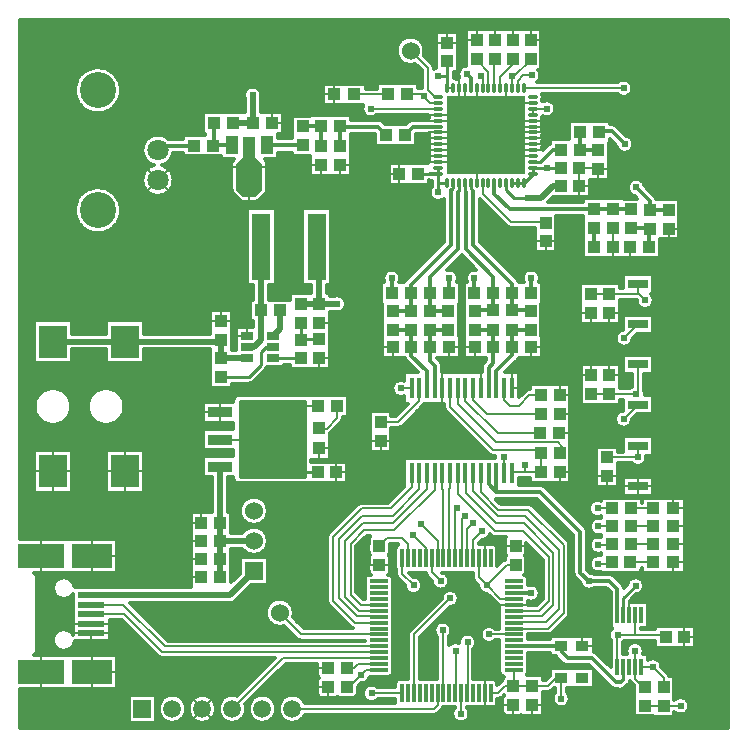
<source format=gtl>
G04 DipTrace 3.0.0.2*
G04 SDR_Transmitter.GTL*
%MOIN*%
G04 #@! TF.FileFunction,Copper,L1,Top*
G04 #@! TF.Part,Single*
%AMOUTLINE0*5,1,4,0,0,0.055678,-135.0*%
%AMOUTLINE3*5,1,4,0,0,0.055678,-45.0*%
%AMOUTLINE6*5,1,4,0,0,0.055678,45.0*%
%AMOUTLINE9*
4,1,4,
-0.031496,-0.005906,
-0.031496,0.005906,
0.031496,0.005906,
0.031496,-0.005906,
-0.031496,-0.005906,
0*%
%AMOUTLINE12*
4,1,4,
0.005906,-0.031496,
-0.005906,-0.031496,
-0.005906,0.031496,
0.005906,0.031496,
0.005906,-0.031496,
0*%
%AMOUTLINE15*
4,1,10,
-0.019685,0.100394,
-0.019685,0.033465,
-0.043307,0.009843,
-0.043307,-0.076772,
-0.019685,-0.100394,
0.019685,-0.100394,
0.043307,-0.076772,
0.043307,0.009843,
0.019685,0.033465,
0.019685,0.100394,
-0.019685,0.100394,
0*%
G04 #@! TA.AperFunction,Conductor*
%ADD13C,0.006*%
G04 #@! TA.AperFunction,CopperBalancing*
%ADD14C,0.01*%
G04 #@! TA.AperFunction,Conductor*
%ADD15C,0.011811*%
%ADD16C,0.013801*%
G04 #@! TA.AperFunction,CopperBalancing*
%ADD17C,0.008*%
G04 #@! TA.AperFunction,Conductor*
%ADD18C,0.02*%
%ADD19C,0.0115*%
%ADD20C,0.019685*%
G04 #@! TA.AperFunction,CopperBalancing*
%ADD21C,0.012*%
%ADD22R,0.03937X0.03937*%
%ADD23R,0.043307X0.03937*%
%ADD24R,0.03937X0.043307*%
G04 #@! TA.AperFunction,ComponentPad*
%ADD25C,0.06*%
%ADD27R,0.088583X0.019685*%
%ADD28R,0.137795X0.080709*%
%ADD29R,0.15748X0.080709*%
%ADD30R,0.094488X0.110236*%
G04 #@! TA.AperFunction,ComponentPad*
%ADD31R,0.06X0.06*%
%ADD32R,0.059055X0.059055*%
%ADD34C,0.059055*%
%ADD35C,0.120079*%
%ADD37C,0.070866*%
%ADD39R,0.062992X0.224409*%
%ADD40R,0.066929X0.031496*%
%ADD42R,0.03937X0.027559*%
%ADD43R,0.015748X0.070866*%
%ADD45R,0.011811X0.055118*%
%ADD47R,0.084646X0.037402*%
%ADD48R,0.084646X0.127953*%
%ADD50O,0.011811X0.033465*%
%ADD51O,0.033465X0.011811*%
%ADD52R,0.259843X0.259843*%
%ADD54R,0.03937X0.059055*%
%ADD55R,0.042913X0.033465*%
G04 #@! TA.AperFunction,ViaPad*
%ADD56C,0.024*%
%ADD123OUTLINE0*%
%ADD126OUTLINE3*%
%ADD129OUTLINE6*%
%ADD132OUTLINE9*%
%ADD135OUTLINE12*%
%ADD138OUTLINE15*%
%FSLAX26Y26*%
G04*
G70*
G90*
G75*
G01*
G04 Top*
%LPD*%
X1658677Y870000D2*
D13*
Y874000D1*
X1704000D1*
X1756000D1*
X1453953Y1153465D2*
Y1090047D1*
X1596000Y948000D1*
X1756000D1*
Y938000D1*
X916346Y981449D2*
X926000D1*
Y1048000D1*
X972000Y1094000D1*
X1013008D1*
X916346Y981449D2*
D14*
X926000D1*
Y908000D1*
X962000Y872000D1*
X1012000D1*
X1823528Y186000D2*
D13*
X1806000D1*
X1780000Y160000D1*
X1728000D1*
X1666000Y214000D2*
Y159999D1*
X1664000D1*
X1589228Y137228D2*
X1613228D1*
X1635999Y159999D1*
X1664000D1*
X688000Y981449D2*
X800551D1*
X802000Y980000D1*
X916346Y981449D2*
X803449D1*
X802000Y980000D1*
X1664000Y159999D2*
X1728000Y160000D1*
X2102000Y95008D2*
X2164992D1*
X2165496Y94504D1*
X2221496D1*
X2222000Y94000D1*
X1823528Y186000D2*
Y118472D1*
X1824000Y118000D1*
X1756000Y874000D2*
Y938000D1*
X1293953Y586047D2*
Y534047D1*
X1332000Y496000D1*
X1217181Y214000D2*
X1174000D1*
X1158000Y198000D1*
X2032000Y1050000D2*
Y1050142D1*
X2080000Y1098142D1*
X2034000Y1320000D2*
Y1320142D1*
X2080000Y1366142D1*
X1704000Y896000D2*
Y874000D1*
X1672000Y564001D2*
X1644001D1*
X1576000Y496000D1*
X1621780Y450220D1*
X1666000D1*
X1576000Y496000D2*
X1549858Y522142D1*
Y586047D1*
X1110000Y156000D2*
X1116000D1*
X1158000Y198000D1*
X2011146Y222854D2*
Y329146D1*
X2012000Y330000D1*
X2070201Y396083D2*
Y330000D1*
X2012000D1*
X2172000Y324000D2*
Y330000D1*
X2012000D1*
X1666000Y469906D2*
D15*
X1704396D1*
D16*
X1723906D1*
X1916000Y510000D2*
X1888000Y538000D1*
Y672000D1*
X1754000Y806000D1*
X1610000D1*
X1607496Y808504D1*
Y870000D1*
X1581906D2*
Y834094D1*
X1607496Y808504D1*
X2011146Y396083D2*
D15*
Y482854D1*
D16*
X1984000Y510000D1*
X1916000D1*
X1996000Y1750000D2*
X1934000D1*
X1996000D2*
X2054992D1*
X2056000Y1748992D1*
X1601480Y1838000D2*
D15*
Y1814367D1*
D16*
Y1800520D1*
X1652000Y1750000D1*
X1934000D1*
X1666000Y351795D2*
D13*
X1781795D1*
X1832000Y402000D1*
Y630000D1*
X1714000Y748000D1*
X1614000D1*
X1556315Y805685D1*
Y870000D1*
X1666000Y371480D2*
X1673480D1*
X1674000Y372000D1*
X1772000D1*
X1816000Y416000D1*
Y614000D1*
X1704000Y726000D1*
X1614000D1*
X1530000Y810000D1*
Y869276D1*
X1530724Y870000D1*
X1666000Y391165D2*
Y392000D1*
X1760000D1*
X1798000Y430000D1*
Y604000D1*
X1700000Y702000D1*
X1608000D1*
X1506000Y804000D1*
Y869134D1*
X1505134Y870000D1*
X1666000Y410850D2*
Y410000D1*
X1750000D1*
X1782000Y442000D1*
Y590000D1*
X1696000Y676000D1*
X1604000D1*
X1480000Y800000D1*
Y869543D1*
X1479543Y870000D1*
X1451433Y586047D2*
Y817528D1*
X1453953Y820047D1*
Y870000D1*
X1428362D2*
Y817638D1*
X1431748Y814252D1*
Y586047D1*
X1402772Y870000D2*
Y814772D1*
X1268000Y680000D1*
X1168000D1*
X1122000Y634000D1*
Y464000D1*
X1156000Y430000D1*
X1216646D1*
X1217181Y430535D1*
X1377181Y870000D2*
Y817181D1*
X1264000Y704000D1*
X1162000D1*
X1102000Y644000D1*
Y458000D1*
X1150000Y410000D1*
X1216331D1*
X1217181Y410850D1*
X1351591Y870000D2*
Y817591D1*
X1262000Y728000D1*
X1160000D1*
X1082000Y650000D1*
Y452000D1*
X1142000Y392000D1*
X1216346D1*
X1217181Y391165D1*
X1326000Y870000D2*
Y822000D1*
X1256000Y752000D1*
X1160000D1*
X1064000Y656000D1*
Y444000D1*
X1136520Y371480D1*
X1217181D1*
X1431748Y137228D2*
X1430000D1*
Y346000D1*
X1290000Y1152000D2*
X1326000D1*
Y1153465D1*
X1333323Y137228D2*
X1334000D1*
Y332000D1*
X1454000Y452000D1*
X1632000Y924000D2*
Y871087D1*
X1633087Y870000D1*
X1217181Y332110D2*
D17*
X957890D1*
X886000Y404000D1*
X1463685Y1838000D2*
D14*
Y1819685D1*
X1456000Y1812000D1*
D16*
Y1630000D1*
X1322992Y1496992D1*
Y1470000D1*
X1264000Y1410992D2*
X1266992D1*
X1267984Y1410000D1*
X1324000D1*
X1322992Y1470000D2*
Y1410000D1*
X1324000D1*
X1377181Y1153465D2*
Y1208819D1*
X1324992Y1261008D1*
Y1290000D1*
Y1347079D1*
X1324102Y1347969D1*
X1264000Y1348000D2*
Y1347969D1*
X1324102D1*
X1414472Y2103748D2*
D13*
X1386252D1*
X1364000Y2126000D1*
X1366000D1*
X1358000Y2134000D1*
X1310000D1*
X1412063Y586047D2*
Y643937D1*
X1356000Y700000D1*
X2030831Y396083D2*
D14*
Y452831D1*
X2072000Y494000D1*
X2036000Y1966000D2*
D16*
X1992000Y2010000D1*
X1952000D1*
X1950000Y2008000D1*
X1414467Y2123433D2*
D13*
X1404567D1*
X1380000Y2148000D1*
Y2220000D1*
X1322000Y2278000D1*
X1542425Y1838000D2*
Y1965955D1*
X1571950Y1995480D1*
X1414472Y1906898D2*
X1483367D1*
X1571950Y1995480D1*
X1414472Y1926583D2*
X1503052D1*
X1571950Y1995480D1*
X1414472Y1946268D2*
X1522738D1*
X1571950Y1995480D1*
X1414472Y1965953D2*
X1542423D1*
X1414472Y1985638D2*
X1474000D1*
X1562108D1*
X1571950Y1995480D1*
X1414472Y2005323D2*
X1562108D1*
X1571950Y1995480D1*
X1414472Y2044693D2*
X1522738D1*
X1571950Y1995480D1*
X1414472Y2064378D2*
X1503052D1*
X1571950Y1995480D1*
X1729433Y1926583D2*
X1640848D1*
X1571950Y1995480D1*
X1729433Y1946268D2*
X1621163D1*
X1571950Y1995480D1*
X1729433Y1965953D2*
X1601478D1*
X1571950Y1995480D1*
X1729433Y1985638D2*
X1581793D1*
X1571950Y1995480D1*
X1729433Y2005323D2*
X1581793D1*
X1571950Y1995480D1*
X1729433Y2025008D2*
X1662000D1*
X1601478D1*
X1571950Y1995480D1*
X1729433Y2044693D2*
X1621163D1*
X1571950Y1995480D1*
X1729433Y2103748D2*
X1680218D1*
X1571950Y1995480D1*
X1640850Y2152961D2*
Y2064381D1*
X1571950Y1995480D1*
X1542425Y2152961D2*
Y2025005D1*
X1571950Y1995480D1*
X1503055Y2152961D2*
Y2064375D1*
X1483370Y2152961D2*
Y2084060D1*
X1571950Y1995480D1*
X1662000Y2020000D2*
Y2025008D1*
X1474000Y1982000D2*
Y1985638D1*
X1996000Y1687008D2*
Y1624000D1*
X1884992Y1886000D2*
X1946000D1*
X1948000Y1884000D1*
X1884992Y1886000D2*
Y1826000D1*
X1562110Y1838000D2*
Y1801890D1*
X1656000Y1708000D1*
X1768992D1*
X1772000Y1704992D1*
X1621165Y2152961D2*
Y2191165D1*
X1662000Y2232000D1*
Y2249969D1*
X1601480Y2152961D2*
Y2249449D1*
X1602000Y2249969D1*
X1581795Y2152961D2*
Y2206205D1*
X1542000Y2246000D1*
Y2249969D1*
X1530173Y586047D2*
Y646173D1*
X1560000Y676000D1*
X1948000Y568000D2*
X1991969D1*
Y572000D1*
X688000Y704000D2*
D18*
Y644000D1*
X687984D1*
Y584255D1*
X688000Y524000D2*
Y584255D1*
X687984D1*
X800000Y644000D2*
X687984D1*
X1444000Y2152961D2*
D13*
X1463685D1*
X1640850Y1838000D2*
D14*
Y1813150D1*
X1666000Y1788000D1*
X1714000D1*
D18*
X1758000D1*
X1796000Y1826000D1*
X1822000D1*
X1352000Y1869969D2*
D13*
X1348031Y1866000D1*
X1444000Y2152961D2*
D14*
Y2193682D1*
Y2241969D1*
X688000Y890898D2*
D18*
Y704000D1*
X796571Y2035815D2*
X760000D1*
X729563D1*
X1444000Y2193682D2*
D14*
X1414000D1*
X796000Y2130000D2*
D18*
Y2035815D1*
X1352000Y1866000D2*
X1348031D1*
X1414472Y1867528D2*
D14*
Y1887213D1*
Y1867528D2*
X1414000D1*
Y1838000D1*
Y1806000D1*
X1444000Y1838000D2*
X1414000D1*
X1414472Y1867528D2*
D15*
X1387740D1*
D14*
X1349559D1*
D18*
X1348031Y1866000D1*
X962000Y2025701D2*
D16*
X963039Y2026740D1*
X1023039D1*
X1024000Y2025780D1*
Y1959732D1*
X2131071Y572000D2*
D13*
X2054961D1*
X2056000Y632000D2*
X2131071D1*
X1886000Y1946000D2*
D16*
X1888000D1*
Y1946992D1*
X1948000D1*
X1886000Y1946000D2*
Y2006992D1*
X1887008Y2008000D1*
X1933008Y1624000D2*
Y1686016D1*
X1934000Y1687008D1*
X1076000Y1094000D2*
D13*
Y1052000D1*
X1042000Y1018000D1*
X1018000D1*
Y1018929D1*
X2056000Y1686000D2*
D16*
X2119008D1*
X2120000Y1685008D1*
X2118000Y1624000D2*
Y1683008D1*
X2120000Y1685008D1*
X1471118Y586047D2*
D13*
Y745118D1*
X1478000Y752000D1*
X1946000D2*
X1993039D1*
X1247008Y2134000D2*
Y2132000D1*
X1134929D1*
X1414472Y2025008D2*
D15*
X1390840D1*
D16*
X1331008D1*
X1304000Y1998000D1*
X1260000Y1470000D2*
Y1520000D1*
X1450992D2*
Y1470000D1*
X1535008D2*
Y1520000D1*
X1724000D2*
Y1470000D1*
X1217181Y233685D2*
D13*
X1145685D1*
X1132000Y220000D1*
X1109999D1*
X1313638Y586047D2*
Y632362D1*
X1294000Y652000D1*
X1242001D1*
X1218000Y627999D1*
X1923504Y1466496D2*
X1983504D1*
X1510488Y137228D2*
X1512000D1*
Y306000D1*
X2104000Y1446000D2*
X2083504Y1466496D1*
X2080000Y1470000D1*
Y1500000D1*
X1983504Y1466496D2*
X2083504D1*
X1633087Y1153465D2*
X1632000D1*
Y1114000D1*
X1652000Y1094000D1*
X1682000D1*
X1718000Y1130000D1*
X1756000D1*
X1351591Y1153465D2*
Y1111591D1*
X1280000Y1040000D1*
X1222000D1*
X1479543Y1153465D2*
Y1100457D1*
X1608000Y972000D1*
X1814000D1*
X1828000Y958000D1*
Y938000D1*
X1818992D1*
X1530724Y1153465D2*
Y1113276D1*
X1578000Y1066000D1*
X1756000D1*
X1505134Y1153465D2*
X1504000D1*
Y1110000D1*
X1612000Y1002000D1*
X1755008D1*
X1729433Y1906898D2*
D19*
X1756898D1*
D16*
X1796000Y1946000D1*
X1823008D1*
X666571Y2035815D2*
Y1961815D1*
X662634D1*
X725890Y1962000D2*
X662634D1*
Y1961815D1*
X844000Y1962000D2*
X962000D1*
Y1962709D1*
X1510488Y586047D2*
D13*
Y682488D1*
X1530000Y702000D1*
X1948000Y630000D2*
X1993008D1*
Y632000D1*
X864575Y1253197D2*
Y1252000D1*
D14*
X956000D1*
X1086031Y2026740D2*
D16*
X1086000Y1959732D1*
X1086031Y2026740D2*
Y2024000D1*
X1215008D1*
X1241008Y1998000D1*
X1985000Y1134008D2*
D13*
X2074000D1*
X1422000Y510000D2*
X1392378Y539622D1*
Y586047D1*
X2080000Y1232000D2*
Y1140008D1*
X2074000Y1134008D1*
X1925000D2*
X1985000D1*
X1490803Y586047D2*
X1492000Y587244D1*
Y716000D1*
X1504000Y728000D1*
X1948000Y692000D2*
X1993039D1*
X599642Y1961815D2*
D16*
X480016D1*
Y1946000D1*
X2056031Y692000D2*
D13*
X2131071D1*
X2056031Y752000D2*
X2131071D1*
X778000Y1290598D2*
D18*
X800598D1*
X823008Y1313008D1*
Y1412000D1*
X824000Y1624000D2*
Y1412992D1*
X823008Y1412000D1*
X1018000Y1316000D2*
D14*
X956000D1*
Y1314992D1*
Y1370000D1*
X864575Y1328000D2*
D18*
X886000Y1349425D1*
Y1412000D1*
X864575Y1290598D2*
D14*
X840598D1*
X822000Y1272000D1*
Y1230000D1*
X781969Y1189969D1*
X690000D1*
X778000Y1253197D2*
D18*
X777764Y1252961D1*
X690000D1*
Y1313008D2*
Y1252961D1*
X370157Y1308535D2*
X690000D1*
Y1252961D1*
X130000Y1308535D2*
X370157D1*
X1666000Y332110D2*
D13*
X1584000D1*
X1978000Y922000D2*
X2080000D1*
Y960000D2*
Y922000D1*
X1660000Y1412000D2*
D16*
X1661008Y1413008D1*
Y1470000D1*
X1522740Y1838000D2*
D14*
Y1817260D1*
X1530000Y1810000D1*
D16*
Y1630000D1*
X1661008Y1498992D1*
Y1470000D1*
X1722000Y1410992D2*
X1721008D1*
X1720000Y1412000D2*
X1660000D1*
X1607496Y1153465D2*
Y1209496D1*
X1661236Y1263236D1*
Y1290000D1*
X1722000Y1348000D2*
X1661031D1*
X1661236Y1290000D2*
Y1347795D1*
X1660535Y1838000D2*
D14*
X1680220D1*
X1699906D1*
X1729433Y1867528D1*
Y1887213D1*
X1562110Y2152961D2*
D13*
Y2185890D1*
X1556000Y2192000D1*
X1660000D2*
Y2153496D1*
X1660535Y2152961D1*
X1729433Y2064378D2*
Y2084063D1*
Y2084000D1*
X1776000D1*
X1729433Y1887213D2*
Y1888000D1*
D14*
X1778000D1*
X1722000Y2249969D2*
D13*
Y2248000D1*
X1666000Y2192000D1*
X1660000D1*
X1822000Y1886000D2*
D14*
X1776000D1*
X1778000Y1888000D1*
X2070201Y222854D2*
D13*
X2071146D1*
Y184854D1*
X2098000Y158000D1*
X2102000D1*
X2070201Y222854D2*
Y278000D1*
X1472000D2*
Y138110D1*
X1471118Y137228D1*
X1680220Y2152961D2*
Y2178220D1*
X1698000Y2196000D1*
X1726000D1*
X1490803Y137228D2*
X1490000Y138031D1*
Y68000D1*
X2130000Y224000D2*
X2131146Y222854D1*
X2089886D1*
X1699906Y2152961D2*
X2033039D1*
X2165496Y157496D2*
Y188504D1*
X2131146Y222854D1*
X1293953Y137228D2*
X1190772D1*
X1192000Y136000D1*
X1217181Y253370D2*
X897370D1*
X728000Y84000D1*
X1412063Y137228D2*
Y96063D1*
X1400000Y84000D1*
X928000D1*
X1666000Y292740D2*
D15*
X1704396D1*
D16*
X1822787D1*
X1823528Y293480D1*
X2030831Y222854D2*
D14*
Y180831D1*
D16*
X2022000Y172000D1*
X2008000D1*
X1928000Y252000D1*
X1846000D1*
X1826000Y272000D1*
Y291008D1*
X1823528Y293480D1*
X1372693Y586047D2*
D13*
Y621307D1*
X1330000Y664000D1*
X1190000Y2084063D2*
X1414472D1*
X258000Y462992D2*
D20*
X409008D1*
D18*
X718992D1*
X800000Y544000D1*
X258000Y431496D2*
D13*
X364504D1*
X504000Y292000D1*
X1216441D1*
X1217181Y292740D1*
Y273055D2*
Y274000D1*
X494000D1*
X368000Y400000D1*
X258000D1*
X1018000Y1434000D2*
D18*
Y1624000D1*
X1009039D1*
X956000Y1432992D2*
X957008Y1434000D1*
X1018000D1*
X1078000D2*
X1018000D1*
X2182000Y1748000D2*
D16*
X2120000D1*
Y1776000D1*
X2074000Y1822000D1*
X1510000Y2200000D2*
X1522740Y2187260D1*
Y2176593D1*
D15*
Y2152961D1*
X1386992Y1410000D2*
D16*
X1388000Y1411008D1*
Y1470000D1*
X1483370Y1838000D2*
D14*
Y1811370D1*
X1480000Y1808000D1*
D16*
Y1616000D1*
X1388000Y1524000D1*
Y1470000D1*
X1446000Y1410992D2*
X1387984D1*
X1402772Y1153465D2*
Y1227228D1*
X1388000Y1242000D1*
Y1290000D1*
X1387094Y1347969D2*
X1445969D1*
X1446000Y1348000D1*
X1388000Y1290000D2*
Y1347063D1*
X1387094Y1347969D1*
X1597008Y1412000D2*
X1598000Y1412992D1*
Y1470000D1*
X1503055Y1838000D2*
D14*
Y1810945D1*
X1506000Y1808000D1*
D16*
Y1616000D1*
X1598000Y1524000D1*
Y1470000D1*
X1538000Y1410992D2*
X1538992D1*
X1540000Y1412000D2*
X1597008D1*
X1581906Y1153465D2*
Y1219906D1*
X1598228Y1236228D1*
Y1290000D1*
Y1347811D1*
X1598039Y1348000D1*
X1538000D2*
X1598039D1*
D56*
X1723906Y469906D3*
X1916000Y510000D3*
D3*
X1430000Y346000D3*
X1290000Y1152000D3*
X1454000Y452000D3*
X1632000Y924000D3*
X1356000Y700000D3*
X1366000Y2126000D3*
X2072000Y494000D3*
X2036000Y1966000D3*
X1560000Y676000D3*
X1948000Y568000D3*
X1414000Y2193682D3*
X1714000Y1788000D3*
X796000Y2130000D3*
X1414000Y2193682D3*
Y1806000D3*
X1478000Y752000D3*
X1946000D3*
X1260000Y1520000D3*
X1450992D3*
X1535008D3*
X1724000D3*
X1512000Y306000D3*
X2104000Y1446000D3*
X1530000Y702000D3*
X1948000Y630000D3*
X2074000Y1134008D3*
X1422000Y510000D3*
X1504000Y728000D3*
X1948000Y692000D3*
X1584000Y332110D3*
X2080000Y922000D3*
X1584000Y332110D3*
X1556000Y2192000D3*
X1660000D3*
X1776000Y2084000D3*
X1778000Y1888000D3*
X1776000Y2084000D3*
X1660000Y2192000D3*
X2070201Y278000D3*
X1472000D3*
X1726000Y2196000D3*
X2070201Y278000D3*
X1490000Y68000D3*
X2130000Y224000D3*
X2033039Y2152961D3*
X1192000Y136000D3*
X1330000Y664000D3*
X1190000Y2084063D3*
X1078000Y1434000D3*
X2074000Y1822000D3*
X1510000Y2200000D3*
X802000Y1058000D3*
Y980000D3*
Y900000D3*
X1332000Y496000D3*
X2222000Y94000D3*
X1824000Y118000D3*
X2012000Y330000D3*
X1704000Y896000D3*
X1576000Y496000D3*
X1158000Y198000D3*
X2032000Y1050000D3*
X2034000Y1320000D3*
X1960000Y360000D3*
X1944000Y1022000D3*
X1630000Y776000D3*
X1618000Y644000D3*
X1734000Y568000D3*
X1702000Y842000D3*
X1530000Y950000D3*
X1162000Y562000D3*
X1398000Y204000D3*
X1382000Y316000D3*
X1570000Y226000D3*
X1502000Y506000D3*
X1878000Y454000D3*
X1598000Y2098000D3*
X1662000Y2020000D3*
X1474000Y1982000D3*
X1564000Y1894000D3*
X1330000Y1944000D3*
X1494000Y1568000D3*
X1568000Y1744000D3*
X1396000Y1746000D3*
X1842000Y1780000D3*
X1854000Y1700000D3*
X1892000Y2084000D3*
X2214000Y1300000D3*
X1140000Y1154000D3*
X1278000Y878000D3*
X2232000Y386000D3*
X2138000Y1028000D3*
X1494000Y1230000D3*
X1224000Y174000D3*
X1324000Y418000D3*
X946000Y2112000D3*
X920000Y1610000D3*
X906000Y1180000D3*
X466000Y618000D3*
X526000Y378000D3*
X1026000Y386000D3*
X2274000Y178000D3*
X1804000Y1226000D3*
X1848000Y2288000D3*
X2212000Y1858000D3*
X290000Y1550000D3*
X1572000Y50000D3*
X506000Y2182000D3*
X218000Y1092000D3*
X1736000Y252000D3*
X1954000Y114000D3*
X2334000Y1060000D3*
X916000Y1074000D3*
X918000Y882000D3*
X20199Y2369131D2*
D21*
X2379797D1*
X20199Y2357262D2*
X2379797D1*
X20199Y2345394D2*
X1504640D1*
X1759367D2*
X2379797D1*
X20199Y2333525D2*
X1406625D1*
X1481375D2*
X1504640D1*
X1759367D2*
X2379797D1*
X20199Y2321656D2*
X1304835D1*
X1339157D2*
X1406625D1*
X1481375D2*
X1504640D1*
X1759367D2*
X2379797D1*
X20199Y2309787D2*
X1286882D1*
X1357110D2*
X1406625D1*
X1481375D2*
X1504640D1*
X1759367D2*
X2379797D1*
X20199Y2297919D2*
X1278797D1*
X1365196D2*
X1406625D1*
X1481375D2*
X1504640D1*
X1759367D2*
X2379797D1*
X20199Y2286050D2*
X1275022D1*
X1368970D2*
X1406625D1*
X1481375D2*
X1504640D1*
X1759367D2*
X2379797D1*
X20199Y2274181D2*
X1274483D1*
X1369531D2*
X1406625D1*
X1481375D2*
X1504640D1*
X1759367D2*
X2379797D1*
X20199Y2262312D2*
X1277038D1*
X1366954D2*
X1406625D1*
X1481375D2*
X1504640D1*
X1759367D2*
X2379797D1*
X20199Y2250444D2*
X1283366D1*
X1378298D2*
X1406625D1*
X1481375D2*
X1504640D1*
X1759367D2*
X2379797D1*
X20199Y2238575D2*
X1296186D1*
X1390157D2*
X1406625D1*
X1481375D2*
X1504640D1*
X1759367D2*
X2379797D1*
X20199Y2226706D2*
X1344562D1*
X1399486D2*
X1406625D1*
X1481375D2*
X1498898D1*
X1759367D2*
X2379797D1*
X20199Y2214837D2*
X245297D1*
X314517D2*
X1356421D1*
X1759367D2*
X2379797D1*
X20199Y2202969D2*
X227625D1*
X332188D2*
X1359327D1*
X1466657D2*
X1480476D1*
X1754822D2*
X2379797D1*
X20199Y2191100D2*
X216890D1*
X342923D2*
X1359327D1*
X1466657D2*
X1481741D1*
X1755266D2*
X2379797D1*
X20199Y2179231D2*
X209789D1*
X350024D2*
X1359327D1*
X1750227D2*
X2020850D1*
X2045235D2*
X2379797D1*
X20199Y2167362D2*
X205218D1*
X354571D2*
X1028671D1*
X1174274D2*
X1209633D1*
X1347360D2*
X1359327D1*
X2058806D2*
X2379797D1*
X20199Y2155493D2*
X202781D1*
X357031D2*
X782109D1*
X809891D2*
X1028671D1*
X1174274D2*
X1209633D1*
X1347360D2*
X1359327D1*
X2062602D2*
X2379797D1*
X20199Y2143625D2*
X202218D1*
X357594D2*
X769781D1*
X822219D2*
X1028671D1*
X2061150D2*
X2379797D1*
X20199Y2131756D2*
X203530D1*
X356282D2*
X766382D1*
X825618D2*
X1028671D1*
X1762251D2*
X2012835D1*
X2053251D2*
X2379797D1*
X20199Y2119887D2*
X206789D1*
X353024D2*
X768186D1*
X823814D2*
X1028671D1*
X1763563D2*
X2379797D1*
X20199Y2108018D2*
X212273D1*
X347539D2*
X768327D1*
X823673D2*
X1028671D1*
X1792509D2*
X2379797D1*
X20199Y2096150D2*
X220663D1*
X339150D2*
X768327D1*
X823673D2*
X1028671D1*
X1802962D2*
X2379797D1*
X20199Y2084281D2*
X233483D1*
X326329D2*
X768327D1*
X823673D2*
X1160319D1*
X1805681D2*
X2379797D1*
X20199Y2072412D2*
X257718D1*
X302071D2*
X768327D1*
X823673D2*
X1162804D1*
X1803219D2*
X2379797D1*
X20199Y2060543D2*
X629202D1*
X896938D2*
X924633D1*
X1123391D2*
X1172741D1*
X1207251D2*
X1380398D1*
X1793352D2*
X2379797D1*
X20199Y2048675D2*
X629202D1*
X896938D2*
X924633D1*
X1123391D2*
X1380421D1*
X1763493D2*
X2379797D1*
X20199Y2036806D2*
X629202D1*
X896938D2*
X924633D1*
X1236454D2*
X1308562D1*
X1762415D2*
X1849640D1*
X1987367D2*
X2379797D1*
X20199Y2024937D2*
X629202D1*
X896938D2*
X924633D1*
X1763845D2*
X1849640D1*
X2011298D2*
X2379797D1*
X20199Y2013068D2*
X629202D1*
X896938D2*
X924633D1*
X1762462D2*
X1849640D1*
X2023181D2*
X2379797D1*
X20199Y2001199D2*
X629202D1*
X896938D2*
X924633D1*
X1341454D2*
X1380445D1*
X1763470D2*
X1849640D1*
X2035039D2*
X2379797D1*
X20199Y1989331D2*
X450234D1*
X509798D2*
X562289D1*
X881375D2*
X924633D1*
X1123367D2*
X1203633D1*
X1341360D2*
X1380374D1*
X1763539D2*
X1849640D1*
X2053531D2*
X2379797D1*
X20199Y1977462D2*
X437530D1*
X1123367D2*
X1203633D1*
X1341360D2*
X1381617D1*
X1762298D2*
X1785633D1*
X2063282D2*
X2379797D1*
X20199Y1965593D2*
X430734D1*
X1123367D2*
X1203633D1*
X1341360D2*
X1380070D1*
X1763845D2*
X1782070D1*
X1985375D2*
X2002171D1*
X2065673D2*
X2379797D1*
X20199Y1953724D2*
X427476D1*
X1123367D2*
X1381335D1*
X1762555D2*
X1769480D1*
X1985375D2*
X2009109D1*
X2062907D2*
X2379797D1*
X20199Y1941856D2*
X427077D1*
X1123367D2*
X1380491D1*
X1985375D2*
X2019702D1*
X2052314D2*
X2379797D1*
X20199Y1929987D2*
X429445D1*
X530587D2*
X562289D1*
X881375D2*
X924633D1*
X1123367D2*
X1380327D1*
X1985375D2*
X2379797D1*
X20199Y1918118D2*
X435022D1*
X525009D2*
X688522D1*
X881375D2*
X986625D1*
X1123367D2*
X1381734D1*
X1985375D2*
X2379797D1*
X20199Y1906249D2*
X445429D1*
X514602D2*
X724827D1*
X845047D2*
X986625D1*
X1123367D2*
X1380070D1*
X1985375D2*
X2379797D1*
X20199Y1894381D2*
X459983D1*
X500047D2*
X723961D1*
X845915D2*
X986625D1*
X1123367D2*
X1247671D1*
X1985375D2*
X2379797D1*
X20199Y1882512D2*
X441913D1*
X518118D2*
X723961D1*
X845915D2*
X986625D1*
X1123367D2*
X1247671D1*
X1985375D2*
X2379797D1*
X20199Y1870643D2*
X433125D1*
X526907D2*
X723961D1*
X845915D2*
X986625D1*
X1123367D2*
X1247671D1*
X1985375D2*
X2379797D1*
X20199Y1858774D2*
X428507D1*
X531524D2*
X723961D1*
X845915D2*
X1247671D1*
X1985375D2*
X2379797D1*
X20199Y1846906D2*
X426913D1*
X533118D2*
X723961D1*
X845915D2*
X1247671D1*
X1922352D2*
X2058983D1*
X2089017D2*
X2379797D1*
X20199Y1835037D2*
X428085D1*
X531970D2*
X723961D1*
X845915D2*
X1247671D1*
X1922352D2*
X2047476D1*
X2100524D2*
X2379797D1*
X20199Y1823168D2*
X432186D1*
X527845D2*
X723961D1*
X845915D2*
X1390077D1*
X1922352D2*
X2044335D1*
X2107087D2*
X2379797D1*
X20199Y1811299D2*
X238921D1*
X321079D2*
X440202D1*
X519829D2*
X724265D1*
X845634D2*
X1384827D1*
X1922352D2*
X2046398D1*
X2118946D2*
X2379797D1*
X20199Y1799430D2*
X224014D1*
X335986D2*
X455882D1*
X504150D2*
X732093D1*
X837806D2*
X1385085D1*
X1922352D2*
X2055421D1*
X2130806D2*
X2379797D1*
X20199Y1787562D2*
X214546D1*
X345454D2*
X743953D1*
X825946D2*
X1391085D1*
X1796188D2*
X2074194D1*
X2141517D2*
X2379797D1*
X20199Y1775693D2*
X208289D1*
X351711D2*
X757382D1*
X812517D2*
X1431421D1*
X1784329D2*
X1896633D1*
X2219375D2*
X2379797D1*
X20199Y1763824D2*
X204374D1*
X355626D2*
X1431421D1*
X1554571D2*
X1571437D1*
X2219375D2*
X2379797D1*
X20199Y1751955D2*
X202522D1*
X357478D2*
X774819D1*
X873173D2*
X959858D1*
X1058211D2*
X1431421D1*
X1554571D2*
X1583319D1*
X2219375D2*
X2379797D1*
X20199Y1740087D2*
X202499D1*
X357501D2*
X774819D1*
X873173D2*
X959858D1*
X1058211D2*
X1431421D1*
X1554571D2*
X1595178D1*
X2219375D2*
X2379797D1*
X20199Y1728218D2*
X204374D1*
X355626D2*
X774819D1*
X873173D2*
X959858D1*
X1058211D2*
X1431421D1*
X1554571D2*
X1607062D1*
X2219375D2*
X2379797D1*
X20199Y1716349D2*
X208265D1*
X351735D2*
X774819D1*
X873173D2*
X959858D1*
X1058211D2*
X1431421D1*
X1554571D2*
X1618921D1*
X1809360D2*
X1896633D1*
X2219375D2*
X2379797D1*
X20199Y1704480D2*
X214522D1*
X345478D2*
X774819D1*
X873173D2*
X959858D1*
X1058211D2*
X1431421D1*
X1554571D2*
X1630781D1*
X1809360D2*
X1896633D1*
X2219375D2*
X2379797D1*
X20199Y1692612D2*
X223991D1*
X336009D2*
X774819D1*
X873173D2*
X959858D1*
X1058211D2*
X1431421D1*
X1554571D2*
X1642874D1*
X1809360D2*
X1896633D1*
X2219375D2*
X2379797D1*
X20199Y1680743D2*
X238850D1*
X321150D2*
X774819D1*
X873173D2*
X959858D1*
X1058211D2*
X1431421D1*
X1554571D2*
X1734633D1*
X1809360D2*
X1896633D1*
X2219375D2*
X2379797D1*
X20199Y1668874D2*
X774819D1*
X873173D2*
X959858D1*
X1058211D2*
X1431421D1*
X1554571D2*
X1734633D1*
X1809360D2*
X1896633D1*
X2219375D2*
X2379797D1*
X20199Y1657005D2*
X774819D1*
X873173D2*
X959858D1*
X1058211D2*
X1431421D1*
X1554571D2*
X1734633D1*
X1809360D2*
X1895648D1*
X2219375D2*
X2379797D1*
X20199Y1645136D2*
X774819D1*
X873173D2*
X959858D1*
X1058211D2*
X1431421D1*
X1554571D2*
X1734633D1*
X1809360D2*
X1895648D1*
X2155367D2*
X2379797D1*
X20199Y1633268D2*
X774819D1*
X873173D2*
X959858D1*
X1058211D2*
X1425022D1*
X1560970D2*
X1734633D1*
X1809360D2*
X1895648D1*
X2155367D2*
X2379797D1*
X20199Y1621399D2*
X774819D1*
X873173D2*
X959858D1*
X1058211D2*
X1413163D1*
X1572852D2*
X1734633D1*
X1809360D2*
X1895648D1*
X2155367D2*
X2379797D1*
X20199Y1609530D2*
X774819D1*
X873173D2*
X959858D1*
X1058211D2*
X1401281D1*
X1584711D2*
X1734633D1*
X1809360D2*
X1895648D1*
X2155367D2*
X2379797D1*
X20199Y1597661D2*
X774819D1*
X873173D2*
X959858D1*
X1058211D2*
X1389421D1*
X1596594D2*
X1895648D1*
X2155367D2*
X2379797D1*
X20199Y1585793D2*
X774819D1*
X873173D2*
X959858D1*
X1058211D2*
X1377538D1*
X1484047D2*
X1501969D1*
X1608454D2*
X2379797D1*
X20199Y1573924D2*
X774819D1*
X873173D2*
X959858D1*
X1058211D2*
X1365678D1*
X1472165D2*
X1513827D1*
X1620314D2*
X2379797D1*
X20199Y1562055D2*
X774819D1*
X873173D2*
X959858D1*
X1058211D2*
X1353819D1*
X1460306D2*
X1525710D1*
X1632196D2*
X2379797D1*
X20199Y1550186D2*
X774819D1*
X873173D2*
X959858D1*
X1058211D2*
X1341937D1*
X1448423D2*
X1537570D1*
X1644055D2*
X2379797D1*
X20199Y1538318D2*
X774819D1*
X873173D2*
X959858D1*
X1058211D2*
X1236983D1*
X1283001D2*
X1330077D1*
X1473993D2*
X1511999D1*
X1655938D2*
X1700999D1*
X1747017D2*
X2379797D1*
X20199Y1526449D2*
X774819D1*
X873173D2*
X959858D1*
X1058211D2*
X1231054D1*
X1288930D2*
X1318194D1*
X1479923D2*
X1506070D1*
X1667798D2*
X1695070D1*
X1752946D2*
X2028866D1*
X2131134D2*
X2379797D1*
X20199Y1514580D2*
X774819D1*
X873173D2*
X959858D1*
X1058211D2*
X1230843D1*
X1289165D2*
X1306335D1*
X1480157D2*
X1505858D1*
X1679610D2*
X1694835D1*
X1753157D2*
X2028866D1*
X2131134D2*
X2379797D1*
X20199Y1502711D2*
X774819D1*
X873173D2*
X959858D1*
X1058211D2*
X1222640D1*
X1488360D2*
X1497633D1*
X1761360D2*
X2028866D1*
X2131134D2*
X2379797D1*
X20199Y1490843D2*
X796335D1*
X851657D2*
X990327D1*
X1045673D2*
X1222640D1*
X1488360D2*
X1497633D1*
X1761360D2*
X1886133D1*
X2020860D2*
X2028866D1*
X2131134D2*
X2379797D1*
X20199Y1478974D2*
X796335D1*
X851657D2*
X990327D1*
X1045673D2*
X1222640D1*
X1488360D2*
X1497633D1*
X1761360D2*
X1886133D1*
X2131134D2*
X2379797D1*
X20199Y1467105D2*
X796335D1*
X851657D2*
X918633D1*
X1055375D2*
X1222640D1*
X1488360D2*
X1497633D1*
X1761360D2*
X1886133D1*
X2124314D2*
X2379797D1*
X20199Y1455236D2*
X796335D1*
X851657D2*
X918633D1*
X1098173D2*
X1222640D1*
X1488360D2*
X1497633D1*
X1761360D2*
X1886133D1*
X2132142D2*
X2379797D1*
X20199Y1443367D2*
X785648D1*
X1106094D2*
X1222640D1*
X1488360D2*
X1497633D1*
X1761360D2*
X1886133D1*
X2020860D2*
X2074453D1*
X2133547D2*
X2379797D1*
X20199Y1431499D2*
X785648D1*
X1107571D2*
X1226625D1*
X1483367D2*
X1500633D1*
X1759367D2*
X1886133D1*
X2020860D2*
X2078297D1*
X2129703D2*
X2379797D1*
X20199Y1419630D2*
X785648D1*
X1103798D2*
X1226625D1*
X1483367D2*
X1500633D1*
X1759367D2*
X1886133D1*
X2020860D2*
X2092054D1*
X2115946D2*
X2379797D1*
X20199Y1407761D2*
X652640D1*
X727367D2*
X785648D1*
X1090274D2*
X1226625D1*
X1483367D2*
X1500633D1*
X1759367D2*
X1886133D1*
X2020860D2*
X2379797D1*
X20199Y1395892D2*
X652640D1*
X727367D2*
X785648D1*
X1055375D2*
X1226625D1*
X1483367D2*
X1500633D1*
X1759367D2*
X1886133D1*
X2020860D2*
X2028866D1*
X2131134D2*
X2379797D1*
X20199Y1384024D2*
X652640D1*
X727367D2*
X785648D1*
X1055375D2*
X1226625D1*
X1483367D2*
X1500633D1*
X1759367D2*
X1886133D1*
X2020860D2*
X2028866D1*
X2131134D2*
X2379797D1*
X20199Y1372155D2*
X65085D1*
X194915D2*
X305226D1*
X435079D2*
X652640D1*
X727367D2*
X795350D1*
X1055375D2*
X1226625D1*
X1483367D2*
X1500633D1*
X1759367D2*
X1886133D1*
X2020860D2*
X2028866D1*
X2131134D2*
X2379797D1*
X20199Y1360286D2*
X65085D1*
X194915D2*
X305226D1*
X435079D2*
X652640D1*
X727367D2*
X795350D1*
X1055375D2*
X1226625D1*
X1483367D2*
X1500633D1*
X1759367D2*
X2028866D1*
X2131134D2*
X2379797D1*
X20199Y1348417D2*
X65085D1*
X194915D2*
X305226D1*
X435079D2*
X652640D1*
X727367D2*
X740625D1*
X1055375D2*
X1226625D1*
X1483367D2*
X1500633D1*
X1759367D2*
X2028866D1*
X2131134D2*
X2379797D1*
X20199Y1336549D2*
X65085D1*
X194915D2*
X305226D1*
X435079D2*
X652640D1*
X727367D2*
X740625D1*
X1055375D2*
X1226625D1*
X1483367D2*
X1500633D1*
X1759367D2*
X2009625D1*
X2131134D2*
X2379797D1*
X20199Y1324680D2*
X65085D1*
X727367D2*
X740625D1*
X1055375D2*
X1224633D1*
X1488360D2*
X1497866D1*
X1761594D2*
X2004702D1*
X2067266D2*
X2379797D1*
X20199Y1312811D2*
X65085D1*
X727367D2*
X740625D1*
X1055375D2*
X1224633D1*
X1488360D2*
X1497866D1*
X1761594D2*
X2005241D1*
X2062766D2*
X2379797D1*
X20199Y1300942D2*
X65085D1*
X727367D2*
X740625D1*
X1055375D2*
X1224633D1*
X1488360D2*
X1497866D1*
X1761594D2*
X2011640D1*
X2056367D2*
X2379797D1*
X20199Y1289073D2*
X65085D1*
X727367D2*
X740625D1*
X1055375D2*
X1224633D1*
X1488360D2*
X1497866D1*
X1761594D2*
X2379797D1*
X20199Y1277205D2*
X65085D1*
X194915D2*
X305226D1*
X435079D2*
X652640D1*
X1055375D2*
X1224633D1*
X1488360D2*
X1497866D1*
X1761594D2*
X2379797D1*
X20199Y1265336D2*
X65085D1*
X194915D2*
X305226D1*
X435079D2*
X652640D1*
X1055375D2*
X1224633D1*
X1488360D2*
X1497866D1*
X1761594D2*
X2379797D1*
X20199Y1253467D2*
X65085D1*
X194915D2*
X305226D1*
X435079D2*
X652640D1*
X1055375D2*
X1301671D1*
X1412563D2*
X1573663D1*
X1683665D2*
X2028866D1*
X2131134D2*
X2379797D1*
X20199Y1241598D2*
X65085D1*
X194915D2*
X305226D1*
X435079D2*
X652640D1*
X1055375D2*
X1310155D1*
X1422407D2*
X1569350D1*
X1673845D2*
X2028866D1*
X2131134D2*
X2379797D1*
X20199Y1229730D2*
X652640D1*
X901930D2*
X918633D1*
X1055375D2*
X1322014D1*
X1427211D2*
X1559507D1*
X1661986D2*
X1887633D1*
X2022360D2*
X2028866D1*
X2131134D2*
X2379797D1*
X20199Y1217861D2*
X652640D1*
X840899D2*
X918633D1*
X1055375D2*
X1333898D1*
X1427329D2*
X1557327D1*
X1650102D2*
X1887633D1*
X2022360D2*
X2028866D1*
X2131134D2*
X2379797D1*
X20199Y1205992D2*
X652640D1*
X829555D2*
X1345757D1*
X1427329D2*
X1557327D1*
X1638243D2*
X1887633D1*
X2022360D2*
X2028866D1*
X2131134D2*
X2379797D1*
X20199Y1194123D2*
X652640D1*
X817673D2*
X1300453D1*
X1684227D2*
X1887633D1*
X2022360D2*
X2059335D1*
X2100665D2*
X2379797D1*
X20199Y1182255D2*
X652640D1*
X805814D2*
X1300453D1*
X1684227D2*
X1887633D1*
X2022360D2*
X2059335D1*
X2100665D2*
X2379797D1*
X20199Y1170386D2*
X652640D1*
X791962D2*
X1267054D1*
X1684227D2*
X1887633D1*
X2022360D2*
X2059335D1*
X2100665D2*
X2379797D1*
X20199Y1158517D2*
X652640D1*
X727367D2*
X1261077D1*
X1684227D2*
X1718625D1*
X1856352D2*
X1887633D1*
X2022360D2*
X2058304D1*
X2100665D2*
X2379797D1*
X20199Y1146648D2*
X101133D1*
X158867D2*
X278297D1*
X336031D2*
X1260819D1*
X1684227D2*
X1706718D1*
X1856352D2*
X1887633D1*
X2100711D2*
X2379797D1*
X20199Y1134780D2*
X84961D1*
X175039D2*
X262125D1*
X352203D2*
X1266117D1*
X1684227D2*
X1694038D1*
X1856352D2*
X1887633D1*
X2103665D2*
X2379797D1*
X20199Y1122911D2*
X75913D1*
X184087D2*
X253077D1*
X361251D2*
X732961D1*
X1113360D2*
X1300453D1*
X1856352D2*
X1887633D1*
X2131134D2*
X2379797D1*
X20199Y1111042D2*
X70593D1*
X189407D2*
X247757D1*
X366571D2*
X730335D1*
X1113360D2*
X1300453D1*
X1856352D2*
X1887633D1*
X2022360D2*
X2028866D1*
X2131134D2*
X2379797D1*
X20199Y1099173D2*
X67969D1*
X192031D2*
X245133D1*
X369196D2*
X628007D1*
X1113360D2*
X1310437D1*
X1367774D2*
X1433297D1*
X1856352D2*
X1887633D1*
X2022360D2*
X2028866D1*
X2131134D2*
X2379797D1*
X20199Y1087304D2*
X67734D1*
X192266D2*
X244898D1*
X369430D2*
X628007D1*
X1113360D2*
X1298577D1*
X1356031D2*
X1433483D1*
X1856352D2*
X2028866D1*
X2131134D2*
X2379797D1*
X20199Y1075436D2*
X69843D1*
X190157D2*
X247007D1*
X367322D2*
X628007D1*
X1113360D2*
X1184625D1*
X1259375D2*
X1286694D1*
X1344173D2*
X1439835D1*
X1856352D2*
X2017991D1*
X2131134D2*
X2379797D1*
X20199Y1063567D2*
X74554D1*
X185446D2*
X251718D1*
X362610D2*
X628007D1*
X1113360D2*
X1184625D1*
X1259375D2*
X1274835D1*
X1332290D2*
X1451694D1*
X1856352D2*
X2005757D1*
X2074157D2*
X2379797D1*
X20199Y1051698D2*
X82686D1*
X177314D2*
X259850D1*
X354478D2*
X628007D1*
X1096673D2*
X1184625D1*
X1320430D2*
X1463577D1*
X1856352D2*
X2002382D1*
X2062298D2*
X2379797D1*
X20199Y1039829D2*
X96702D1*
X163298D2*
X273866D1*
X340462D2*
X628007D1*
X1092383D2*
X1184625D1*
X1308571D2*
X1475437D1*
X1856352D2*
X2004186D1*
X2059814D2*
X2379797D1*
X20199Y1027961D2*
X730335D1*
X1080688D2*
X1184625D1*
X1296688D2*
X1487319D1*
X1855367D2*
X2012765D1*
X2051235D2*
X2379797D1*
X20199Y1016092D2*
X628007D1*
X1068829D2*
X1184625D1*
X1259375D2*
X1499178D1*
X1855367D2*
X2379797D1*
X20199Y1004223D2*
X628007D1*
X1056946D2*
X1184625D1*
X1259375D2*
X1511038D1*
X1855367D2*
X2379797D1*
X20199Y992354D2*
X628007D1*
X1055375D2*
X1184625D1*
X1259375D2*
X1522921D1*
X1855367D2*
X2379797D1*
X20199Y980486D2*
X628007D1*
X1055375D2*
X1184625D1*
X1259375D2*
X1534781D1*
X1855367D2*
X2028866D1*
X2131134D2*
X2379797D1*
X20199Y968617D2*
X628007D1*
X1055375D2*
X1184625D1*
X1259375D2*
X1546663D1*
X1856352D2*
X2028866D1*
X2131134D2*
X2379797D1*
X20199Y956748D2*
X628007D1*
X1055375D2*
X1184625D1*
X1259375D2*
X1558522D1*
X1856352D2*
X1940625D1*
X2015375D2*
X2028866D1*
X2131134D2*
X2379797D1*
X20199Y944879D2*
X65085D1*
X194915D2*
X305226D1*
X435079D2*
X730335D1*
X1055375D2*
X1184625D1*
X1259375D2*
X1570382D1*
X1856352D2*
X1940625D1*
X2015375D2*
X2028866D1*
X2131134D2*
X2379797D1*
X20199Y933010D2*
X65085D1*
X194915D2*
X305226D1*
X435079D2*
X730335D1*
X1055375D2*
X1582382D1*
X1856352D2*
X1940625D1*
X2131134D2*
X2379797D1*
X20199Y921142D2*
X65085D1*
X194915D2*
X305226D1*
X435079D2*
X628007D1*
X1055375D2*
X1300453D1*
X1856352D2*
X1940625D1*
X2109665D2*
X2379797D1*
X20199Y909273D2*
X65085D1*
X194915D2*
X305226D1*
X435079D2*
X628007D1*
X991673D2*
X1300453D1*
X1856352D2*
X1940625D1*
X2106688D2*
X2379797D1*
X20199Y897404D2*
X65085D1*
X194915D2*
X305226D1*
X435079D2*
X628007D1*
X1112352D2*
X1300453D1*
X1856352D2*
X1940625D1*
X2015375D2*
X2064445D1*
X2095555D2*
X2379797D1*
X20199Y885535D2*
X65085D1*
X194915D2*
X305226D1*
X435079D2*
X628007D1*
X1112352D2*
X1300453D1*
X1856352D2*
X1940625D1*
X2015375D2*
X2379797D1*
X20199Y873667D2*
X65085D1*
X194915D2*
X305226D1*
X435079D2*
X628007D1*
X1112352D2*
X1300453D1*
X1856352D2*
X1940625D1*
X2015375D2*
X2379797D1*
X20199Y861798D2*
X65085D1*
X194915D2*
X305226D1*
X435079D2*
X628007D1*
X1112352D2*
X1300453D1*
X1856352D2*
X1940625D1*
X2015375D2*
X2379797D1*
X20199Y849929D2*
X65085D1*
X194915D2*
X305226D1*
X435079D2*
X660327D1*
X715673D2*
X730453D1*
X1112352D2*
X1300453D1*
X1684227D2*
X1718625D1*
X1856352D2*
X1940625D1*
X2015375D2*
X2028866D1*
X2131134D2*
X2379797D1*
X20199Y838060D2*
X65085D1*
X194915D2*
X305226D1*
X435079D2*
X660327D1*
X715673D2*
X738022D1*
X1112352D2*
X1300453D1*
X1684227D2*
X1718625D1*
X1856352D2*
X1940625D1*
X2015375D2*
X2028866D1*
X2131134D2*
X2379797D1*
X20199Y826192D2*
X65085D1*
X194915D2*
X305226D1*
X435079D2*
X660327D1*
X715673D2*
X1300453D1*
X1766962D2*
X1940625D1*
X2015375D2*
X2028866D1*
X2131134D2*
X2379797D1*
X20199Y814323D2*
X65085D1*
X194915D2*
X305226D1*
X435079D2*
X660327D1*
X715673D2*
X1289601D1*
X1779923D2*
X2028866D1*
X2131134D2*
X2379797D1*
X20199Y802454D2*
X660327D1*
X715673D2*
X1277718D1*
X1791782D2*
X2028866D1*
X2131134D2*
X2379797D1*
X20199Y790585D2*
X660327D1*
X715673D2*
X1265858D1*
X1803665D2*
X2379797D1*
X20199Y778717D2*
X660327D1*
X715673D2*
X767906D1*
X832110D2*
X1253976D1*
X1612017D2*
X1747030D1*
X1815524D2*
X1934929D1*
X2237329D2*
X2379797D1*
X20199Y766848D2*
X660327D1*
X715673D2*
X758319D1*
X841673D2*
X1146210D1*
X1720063D2*
X1758913D1*
X1827407D2*
X1920491D1*
X2237329D2*
X2379797D1*
X20199Y754979D2*
X660327D1*
X715673D2*
X753633D1*
X846360D2*
X1134257D1*
X1735743D2*
X1770773D1*
X1839266D2*
X1916483D1*
X2237329D2*
X2379797D1*
X20199Y743110D2*
X660327D1*
X715673D2*
X752319D1*
X847673D2*
X1122374D1*
X1747626D2*
X1782633D1*
X1851126D2*
X1917749D1*
X2237329D2*
X2379797D1*
X20199Y731241D2*
X587648D1*
X725375D2*
X754101D1*
X845891D2*
X1110514D1*
X1759486D2*
X1794514D1*
X1863009D2*
X1925297D1*
X2237329D2*
X2379797D1*
X20199Y719373D2*
X587648D1*
X725375D2*
X759374D1*
X840618D2*
X1098633D1*
X1771367D2*
X1806374D1*
X1874867D2*
X1938937D1*
X2237329D2*
X2379797D1*
X20199Y707504D2*
X587648D1*
X725375D2*
X770014D1*
X829978D2*
X1086773D1*
X1783227D2*
X1818257D1*
X1886751D2*
X1922906D1*
X2237329D2*
X2379797D1*
X20199Y695635D2*
X587648D1*
X725375D2*
X1074913D1*
X1795087D2*
X1830117D1*
X1898610D2*
X1918546D1*
X2237329D2*
X2379797D1*
X20199Y683766D2*
X587648D1*
X725375D2*
X774726D1*
X825266D2*
X1063030D1*
X1806970D2*
X1841976D1*
X1909391D2*
X1919530D1*
X2237329D2*
X2379797D1*
X20199Y671898D2*
X587648D1*
X725375D2*
X761625D1*
X838367D2*
X1051171D1*
X1818829D2*
X1853858D1*
X1912579D2*
X1926633D1*
X2237329D2*
X2379797D1*
X20199Y660029D2*
X587648D1*
X844837D2*
X1043765D1*
X1176759D2*
X1186218D1*
X1584782D2*
X1591663D1*
X1830711D2*
X1863421D1*
X1912579D2*
X1955648D1*
X2237329D2*
X2379797D1*
X345571Y648160D2*
X587648D1*
X847486D2*
X1043343D1*
X1164899D2*
X1180663D1*
X1567203D2*
X1634718D1*
X1842571D2*
X1863421D1*
X1912579D2*
X1924850D1*
X2237329D2*
X2379797D1*
X345571Y636291D2*
X587648D1*
X847039D2*
X1043343D1*
X1153017D2*
X1180640D1*
X1550845D2*
X1634648D1*
X1851618D2*
X1863421D1*
X1912579D2*
X1919030D1*
X2237329D2*
X2379797D1*
X345571Y624423D2*
X587648D1*
X843360D2*
X1043343D1*
X1142657D2*
X1180640D1*
X1255345D2*
X1271882D1*
X1611290D2*
X1634648D1*
X1709352D2*
X1718858D1*
X1852673D2*
X1863421D1*
X1912579D2*
X1918879D1*
X2237329D2*
X2379797D1*
X345571Y612554D2*
X587625D1*
X725375D2*
X764577D1*
X835438D2*
X1043343D1*
X1142657D2*
X1180640D1*
X1255345D2*
X1270382D1*
X1612790D2*
X1634648D1*
X1709352D2*
X1730718D1*
X1852673D2*
X1863421D1*
X1912579D2*
X1924289D1*
X2237329D2*
X2379797D1*
X345571Y600685D2*
X587625D1*
X725352D2*
X781945D1*
X818047D2*
X1043343D1*
X1142657D2*
X1182514D1*
X1253470D2*
X1270382D1*
X1612790D2*
X1636030D1*
X1707970D2*
X1742577D1*
X1852673D2*
X1863421D1*
X1912579D2*
X1954593D1*
X2237329D2*
X2379797D1*
X345571Y588816D2*
X587625D1*
X725352D2*
X752319D1*
X847673D2*
X1043343D1*
X1142657D2*
X1181178D1*
X1254829D2*
X1270382D1*
X1612790D2*
X1635469D1*
X1708531D2*
X1754461D1*
X1852673D2*
X1863421D1*
X1912579D2*
X1927358D1*
X2237329D2*
X2379797D1*
X345571Y576948D2*
X587625D1*
X725352D2*
X752319D1*
X847673D2*
X1043343D1*
X1142657D2*
X1180640D1*
X1255345D2*
X1270382D1*
X1612790D2*
X1628226D1*
X1709352D2*
X1761327D1*
X1852673D2*
X1863421D1*
X1912579D2*
X1919744D1*
X2237329D2*
X2379797D1*
X345571Y565079D2*
X587625D1*
X725352D2*
X752319D1*
X847673D2*
X1043343D1*
X1142657D2*
X1180640D1*
X1255345D2*
X1270382D1*
X1709352D2*
X1761327D1*
X1852673D2*
X1863421D1*
X2237329D2*
X2379797D1*
X345571Y553210D2*
X587625D1*
X725375D2*
X752319D1*
X847673D2*
X1043343D1*
X1142657D2*
X1180640D1*
X1255345D2*
X1270429D1*
X1709352D2*
X1761327D1*
X1852673D2*
X1863421D1*
X1912579D2*
X1922461D1*
X2237329D2*
X2379797D1*
X345571Y541341D2*
X587648D1*
X725375D2*
X752319D1*
X847673D2*
X1043343D1*
X1142657D2*
X1181133D1*
X1254852D2*
X1273289D1*
X1709071D2*
X1761327D1*
X1852673D2*
X1863421D1*
X1918907D2*
X1936781D1*
X2237329D2*
X2379797D1*
X75454Y529472D2*
X587648D1*
X725375D2*
X746835D1*
X847673D2*
X1043343D1*
X1142657D2*
X1176304D1*
X1258063D2*
X1273827D1*
X1327251D2*
X1374562D1*
X1443993D2*
X1529202D1*
X1706867D2*
X1761327D1*
X1852673D2*
X1865038D1*
X1998126D2*
X2379797D1*
X77282Y517604D2*
X147633D1*
X185306D2*
X587648D1*
X725375D2*
X734976D1*
X847673D2*
X1043343D1*
X1142657D2*
X1168194D1*
X1266173D2*
X1281655D1*
X1351766D2*
X1385671D1*
X1450650D2*
X1529718D1*
X1714978D2*
X1761327D1*
X1852673D2*
X1874155D1*
X2010642D2*
X2054858D1*
X2089134D2*
X2379797D1*
X77282Y505735D2*
X135163D1*
X197774D2*
X587648D1*
X847673D2*
X1043343D1*
X1142657D2*
X1168007D1*
X1266337D2*
X1293538D1*
X1359970D2*
X1392633D1*
X1451352D2*
X1537546D1*
X1715165D2*
X1761327D1*
X1852673D2*
X1886014D1*
X2022501D2*
X2044850D1*
X2099142D2*
X2379797D1*
X77282Y493866D2*
X130358D1*
X202579D2*
X587648D1*
X788493D2*
X1043343D1*
X1142657D2*
X1168007D1*
X1266337D2*
X1302398D1*
X1361610D2*
X1397319D1*
X1446665D2*
X1546406D1*
X1740501D2*
X1761327D1*
X1852673D2*
X1891335D1*
X2032954D2*
X2040304D1*
X2101673D2*
X2379797D1*
X77282Y481997D2*
X129913D1*
X776634D2*
X1043343D1*
X1142657D2*
X1168101D1*
X1266266D2*
X1306007D1*
X1358001D2*
X1415601D1*
X1428383D2*
X1549991D1*
X1750883D2*
X1761327D1*
X1852673D2*
X1909617D1*
X1922399D2*
X1977749D1*
X2099024D2*
X2379797D1*
X77282Y470129D2*
X133640D1*
X764751D2*
X1043343D1*
X1144602D2*
X1168007D1*
X1266337D2*
X1318898D1*
X1345110D2*
X1430835D1*
X1477157D2*
X1562882D1*
X1753579D2*
X1761327D1*
X1852673D2*
X1987570D1*
X2088735D2*
X2379797D1*
X77282Y458260D2*
X143648D1*
X189290D2*
X196031D1*
X752891D2*
X1043343D1*
X1156462D2*
X1168148D1*
X1266196D2*
X1425022D1*
X1482993D2*
X1585007D1*
X1751094D2*
X1761327D1*
X1852673D2*
X1987570D1*
X2067829D2*
X2379797D1*
X77282Y446391D2*
X196030D1*
X741031D2*
X865734D1*
X906266D2*
X1043343D1*
X1266337D2*
X1419655D1*
X1483134D2*
X1596890D1*
X1741181D2*
X1757671D1*
X1852673D2*
X1987570D1*
X2055946D2*
X2379797D1*
X77282Y434522D2*
X196030D1*
X390219D2*
X849749D1*
X922251D2*
X1045804D1*
X1266337D2*
X1407797D1*
X1477696D2*
X1609077D1*
X1715165D2*
X1745789D1*
X1852673D2*
X1987570D1*
X2113462D2*
X2379797D1*
X77282Y422654D2*
X196030D1*
X402079D2*
X842226D1*
X929774D2*
X1056609D1*
X1266219D2*
X1395913D1*
X1453391D2*
X1616953D1*
X1852673D2*
X1987570D1*
X2113462D2*
X2379797D1*
X77282Y410785D2*
X196030D1*
X413938D2*
X838827D1*
X933173D2*
X1068491D1*
X1266337D2*
X1384054D1*
X1441509D2*
X1616835D1*
X1852673D2*
X1987570D1*
X2113462D2*
X2379797D1*
X77282Y398916D2*
X196030D1*
X425822D2*
X838593D1*
X933407D2*
X1080350D1*
X1266243D2*
X1372194D1*
X1429650D2*
X1616953D1*
X1852415D2*
X1987570D1*
X2113462D2*
X2379797D1*
X77282Y387047D2*
X196030D1*
X437681D2*
X841522D1*
X933102D2*
X1092234D1*
X1266337D2*
X1360312D1*
X1417766D2*
X1616835D1*
X1845782D2*
X1987570D1*
X2113462D2*
X2379797D1*
X77282Y375178D2*
X196030D1*
X319978D2*
X364101D1*
X449563D2*
X848343D1*
X944962D2*
X1104093D1*
X1266337D2*
X1348453D1*
X1405907D2*
X1616835D1*
X1833899D2*
X1987570D1*
X2113462D2*
X2379797D1*
X77282Y363310D2*
X196030D1*
X319978D2*
X375961D1*
X461423D2*
X862335D1*
X956845D2*
X1115953D1*
X1266196D2*
X1336570D1*
X1394047D2*
X1406178D1*
X1453814D2*
X1616999D1*
X1822039D2*
X1987570D1*
X2113462D2*
X2379797D1*
X77282Y351441D2*
X196030D1*
X319978D2*
X387819D1*
X473282D2*
X908413D1*
X1266337D2*
X1324710D1*
X1382165D2*
X1400835D1*
X1459157D2*
X1561874D1*
X1810181D2*
X1992046D1*
X2090867D2*
X2134640D1*
X2272367D2*
X2379797D1*
X77282Y339572D2*
X141070D1*
X319978D2*
X399702D1*
X485165D2*
X920273D1*
X1266266D2*
X1314866D1*
X1370306D2*
X1401046D1*
X1458946D2*
X1555312D1*
X1798298D2*
X1983983D1*
X2272367D2*
X2379797D1*
X77282Y327703D2*
X132609D1*
X319978D2*
X411562D1*
X497024D2*
X932155D1*
X1266337D2*
X1313343D1*
X1358423D2*
X1406976D1*
X1453017D2*
X1492358D1*
X1531650D2*
X1554655D1*
X1715165D2*
X1982413D1*
X2272367D2*
X2379797D1*
X77282Y315835D2*
X129678D1*
X319978D2*
X423445D1*
X508907D2*
X944273D1*
X1266337D2*
X1313343D1*
X1354673D2*
X1409343D1*
X1450673D2*
X1484062D1*
X1539923D2*
X1559437D1*
X1933134D2*
X1986093D1*
X2272367D2*
X2379797D1*
X77282Y303966D2*
X130874D1*
X202063D2*
X435304D1*
X1266150D2*
X1313343D1*
X1354673D2*
X1409343D1*
X1450673D2*
X1459101D1*
X1541610D2*
X1578445D1*
X1589560D2*
X1617046D1*
X1933134D2*
X1990476D1*
X2031806D2*
X2057297D1*
X2083110D2*
X2134640D1*
X2272367D2*
X2379797D1*
X77282Y292097D2*
X136663D1*
X196274D2*
X447163D1*
X1266337D2*
X1313343D1*
X1354673D2*
X1409343D1*
X1538047D2*
X1616835D1*
X1933134D2*
X1990476D1*
X2031806D2*
X2044265D1*
X2096142D2*
X2134640D1*
X2272367D2*
X2379797D1*
X77282Y280228D2*
X152155D1*
X180782D2*
X459046D1*
X1266290D2*
X1313343D1*
X1354673D2*
X1409343D1*
X1532657D2*
X1616882D1*
X1933134D2*
X1990476D1*
X2031806D2*
X2040609D1*
X2099798D2*
X2379797D1*
X74071Y268360D2*
X470906D1*
X1266337D2*
X1313343D1*
X1354673D2*
X1409343D1*
X1532657D2*
X1616835D1*
X1715165D2*
X1784390D1*
X1945883D2*
X1990476D1*
X2031806D2*
X2042202D1*
X2098203D2*
X2379797D1*
X345571Y256491D2*
X484289D1*
X1266337D2*
X1313343D1*
X1354673D2*
X1409343D1*
X1532657D2*
X1616835D1*
X1715165D2*
X1807312D1*
X1957766D2*
X1987570D1*
X2113462D2*
X2379797D1*
X345571Y244622D2*
X859898D1*
X1266102D2*
X1313343D1*
X1354673D2*
X1409343D1*
X1532657D2*
X1617093D1*
X1714907D2*
X1819125D1*
X1969626D2*
X1987570D1*
X2150845D2*
X2379797D1*
X345571Y232753D2*
X848014D1*
X905493D2*
X1009663D1*
X1266337D2*
X1313343D1*
X1354673D2*
X1409343D1*
X1532657D2*
X1616835D1*
X1715165D2*
X1831546D1*
X1981486D2*
X1987570D1*
X2158298D2*
X2379797D1*
X345571Y220885D2*
X836155D1*
X893610D2*
X1009663D1*
X1266314D2*
X1313343D1*
X1354673D2*
X1409343D1*
X1532657D2*
X1616858D1*
X1715142D2*
X1924874D1*
X2161837D2*
X2379797D1*
X345571Y209016D2*
X824297D1*
X881751D2*
X1009663D1*
X1266337D2*
X1313343D1*
X1354673D2*
X1409343D1*
X1532657D2*
X1616835D1*
X1715165D2*
X1784390D1*
X2173719D2*
X2379797D1*
X345571Y197147D2*
X812413D1*
X869867D2*
X1009969D1*
X1262188D2*
X1313343D1*
X1354673D2*
X1409343D1*
X1532657D2*
X1621007D1*
X1710993D2*
X1784390D1*
X1933134D2*
X1948617D1*
X2184150D2*
X2379797D1*
X345571Y185278D2*
X800554D1*
X858009D2*
X1012734D1*
X1184681D2*
X1313343D1*
X1354673D2*
X1409343D1*
X1532657D2*
X1627617D1*
X1765367D2*
X1776538D1*
X1933134D2*
X1960476D1*
X2202852D2*
X2379797D1*
X345571Y173409D2*
X788671D1*
X846150D2*
X1009663D1*
X1173571D2*
X1271062D1*
X1612110D2*
X1620678D1*
X1933134D2*
X1972335D1*
X2202852D2*
X2379797D1*
X345571Y161541D2*
X776812D1*
X834266D2*
X1009663D1*
X1150274D2*
X1178202D1*
X1205798D2*
X1270382D1*
X1933134D2*
X1984218D1*
X2045798D2*
X2064633D1*
X2202852D2*
X2379797D1*
X345571Y149672D2*
X764953D1*
X822407D2*
X1009663D1*
X1147345D2*
X1165827D1*
X1844188D2*
X1999898D1*
X2030094D2*
X2064633D1*
X2202852D2*
X2379797D1*
X20199Y137803D2*
X753070D1*
X810524D2*
X1009663D1*
X1147345D2*
X1162382D1*
X1765367D2*
X1802343D1*
X1845665D2*
X2064633D1*
X2202852D2*
X2379797D1*
X20199Y125934D2*
X380789D1*
X475203D2*
X507866D1*
X548118D2*
X607874D1*
X648126D2*
X707882D1*
X798665D2*
X807866D1*
X848118D2*
X907874D1*
X948126D2*
X1013343D1*
X1143665D2*
X1164163D1*
X1765367D2*
X1795453D1*
X1852555D2*
X2064633D1*
X2202852D2*
X2379797D1*
X20199Y114066D2*
X380789D1*
X475203D2*
X491976D1*
X564031D2*
X591983D1*
X664017D2*
X691969D1*
X864031D2*
X891983D1*
X964017D2*
X1172625D1*
X1211375D2*
X1270382D1*
X1612790D2*
X1626655D1*
X1765367D2*
X1794585D1*
X1853399D2*
X2064633D1*
X2243399D2*
X2379797D1*
X20199Y102197D2*
X380789D1*
X475203D2*
X484546D1*
X571462D2*
X584554D1*
X671446D2*
X684538D1*
X774923D2*
X784546D1*
X871462D2*
X884554D1*
X1612415D2*
X1626655D1*
X1765367D2*
X1799109D1*
X1848899D2*
X2064633D1*
X2250478D2*
X2379797D1*
X20199Y90328D2*
X380789D1*
X475203D2*
X481241D1*
X574766D2*
X581228D1*
X674774D2*
X681234D1*
X774759D2*
X781241D1*
X874766D2*
X881228D1*
X1602150D2*
X1626655D1*
X1765367D2*
X1816054D1*
X1831930D2*
X2064633D1*
X2251438D2*
X2379797D1*
X20199Y78459D2*
X380789D1*
X574883D2*
X581127D1*
X674867D2*
X681122D1*
X774875D2*
X781125D1*
X874883D2*
X881127D1*
X1423181D2*
X1462312D1*
X1517681D2*
X1626655D1*
X1765367D2*
X2064633D1*
X2247055D2*
X2379797D1*
X20199Y66591D2*
X380789D1*
X475203D2*
X484218D1*
X571790D2*
X584202D1*
X671798D2*
X684210D1*
X771782D2*
X784218D1*
X871790D2*
X884202D1*
X1409915D2*
X1460366D1*
X1519650D2*
X1630617D1*
X1765367D2*
X2064633D1*
X2202852D2*
X2213062D1*
X2230930D2*
X2379797D1*
X20199Y54722D2*
X380789D1*
X475203D2*
X491319D1*
X564688D2*
X591304D1*
X664696D2*
X691312D1*
X764681D2*
X791319D1*
X864688D2*
X891304D1*
X964696D2*
X1463601D1*
X1516391D2*
X2379797D1*
X20199Y42853D2*
X380789D1*
X475203D2*
X506226D1*
X549782D2*
X606210D1*
X649790D2*
X706218D1*
X749774D2*
X806226D1*
X849782D2*
X906210D1*
X949790D2*
X1475437D1*
X1504579D2*
X2379797D1*
X20199Y30984D2*
X2379797D1*
X20199Y19115D2*
X2379797D1*
X850467Y1448165D2*
X919843D1*
X919835Y1469157D1*
X981827D1*
X981835Y1470165D1*
X991514D1*
X991520Y1495336D1*
X961063Y1495315D1*
Y1752685D1*
X1057016D1*
Y1495315D1*
X1044476D1*
X1044480Y1470180D1*
X1054165Y1470165D1*
Y1460486D1*
X1067524Y1460480D1*
X1071352Y1461693D1*
X1075765Y1462392D1*
X1080235D1*
X1084648Y1461693D1*
X1088899Y1460312D1*
X1092881Y1458283D1*
X1096496Y1455656D1*
X1099656Y1452496D1*
X1102283Y1448881D1*
X1104312Y1444899D1*
X1105693Y1440648D1*
X1106392Y1436235D1*
Y1431765D1*
X1105693Y1427352D1*
X1104312Y1423101D1*
X1102283Y1419119D1*
X1099656Y1415504D1*
X1096496Y1412344D1*
X1092881Y1409717D1*
X1088899Y1407688D1*
X1084648Y1406307D1*
X1080235Y1405608D1*
X1075765D1*
X1071352Y1406307D1*
X1067520Y1407534D1*
X1054164Y1407520D1*
X1054165Y1216843D1*
X992164D1*
X992165Y1215835D1*
X919835D1*
Y1230530D1*
X900757Y1230520D1*
X900740Y1222937D1*
X842264D1*
X841139Y1220248D1*
X839378Y1217374D1*
X837189Y1214811D1*
X795919Y1173635D1*
X793192Y1171654D1*
X790189Y1170123D1*
X786983Y1169081D1*
X783654Y1168555D1*
X763969Y1168488D1*
X726164D1*
X726165Y1153803D1*
X653835D1*
Y1282070D1*
X433899Y1282055D1*
X433882Y1236937D1*
X306433D1*
Y1282054D1*
X193743Y1282055D1*
X193724Y1236937D1*
X66276D1*
Y1380134D1*
X193724D1*
Y1335016D1*
X306415D1*
X306433Y1380134D1*
X433882D1*
Y1335016D1*
X653822D1*
X653835Y1412165D1*
X726165D1*
Y1279446D1*
X741820Y1279441D1*
X741835Y1358260D1*
X796543D1*
X796528Y1375844D1*
X786843Y1375835D1*
Y1448165D1*
X797554D1*
X797520Y1495328D1*
X776024Y1495315D1*
Y1752685D1*
X871976D1*
Y1495315D1*
X850484D1*
X850480Y1448148D1*
X859173Y1448142D1*
X1855156Y1102165D2*
X1855157Y1029835D1*
X1854165Y1029765D1*
Y974167D1*
X1855157Y974165D1*
Y837835D1*
X1719835D1*
Y854546D1*
X1683024Y854520D1*
X1683031Y829358D1*
X1755835Y829308D1*
X1759458Y828735D1*
X1762948Y827601D1*
X1766217Y825934D1*
X1769184Y823778D1*
X1779017Y814047D1*
X1905778Y687184D1*
X1907934Y684217D1*
X1909601Y680948D1*
X1910735Y677458D1*
X1911308Y673835D1*
X1911381Y660000D1*
Y547664D1*
X1921022Y538042D1*
X1924801Y537087D1*
X1928929Y535375D1*
X1932253Y533366D1*
X1985835Y533308D1*
X1989458Y532735D1*
X1992948Y531601D1*
X1996217Y529934D1*
X1999184Y527778D1*
X2009017Y518047D1*
X2028924Y498038D1*
X2031080Y495071D1*
X2032747Y491802D1*
X2033881Y488312D1*
X2034223Y486589D1*
X2043600Y495978D1*
X2044307Y500648D1*
X2045688Y504899D1*
X2047717Y508881D1*
X2050344Y512496D1*
X2053504Y515656D1*
X2057119Y518283D1*
X2061101Y520312D1*
X2065352Y521693D1*
X2069765Y522392D1*
X2074235D1*
X2078648Y521693D1*
X2082899Y520312D1*
X2086881Y518283D1*
X2090496Y515656D1*
X2093656Y512496D1*
X2096283Y508881D1*
X2098312Y504899D1*
X2099693Y500648D1*
X2100392Y496235D1*
Y491765D1*
X2099693Y487352D1*
X2098312Y483101D1*
X2096283Y479119D1*
X2093656Y475504D1*
X2090496Y472344D1*
X2086881Y469717D1*
X2082899Y467688D1*
X2078648Y466307D1*
X2073965Y465597D1*
X2052303Y443925D1*
X2052311Y440104D1*
X2092587Y440098D1*
X2112272Y440122D1*
Y352043D1*
X2089655D1*
X2090000Y349480D1*
X2135820D1*
X2135835Y360165D1*
X2271157D1*
Y287835D1*
X2135835D1*
Y310546D1*
X2032757Y310520D1*
X2030618Y308457D1*
X2030760Y266894D1*
X2043997D1*
X2042508Y271352D1*
X2041808Y275765D1*
Y280235D1*
X2042508Y284648D1*
X2043888Y288899D1*
X2045917Y292881D1*
X2048545Y296496D1*
X2051705Y299656D1*
X2055320Y302283D1*
X2059302Y304312D1*
X2063552Y305693D1*
X2067966Y306392D1*
X2072436D1*
X2076849Y305693D1*
X2081100Y304312D1*
X2085081Y302283D1*
X2088697Y299656D1*
X2091857Y296496D1*
X2094484Y292881D1*
X2096513Y288899D1*
X2097894Y284648D1*
X2098593Y280235D1*
Y275765D1*
X2097894Y271352D1*
X2096415Y266887D1*
X2112272Y266894D1*
Y246291D1*
X2115119Y248283D1*
X2119101Y250312D1*
X2123352Y251693D1*
X2127765Y252392D1*
X2132235D1*
X2136648Y251693D1*
X2140899Y250312D1*
X2144881Y248283D1*
X2148496Y245656D1*
X2151656Y242496D1*
X2154283Y238881D1*
X2156312Y234899D1*
X2157693Y230648D1*
X2158392Y226235D1*
X2158444Y223084D1*
X2180308Y201155D1*
X2182105Y198682D1*
X2183493Y195958D1*
X2184157Y194046D1*
X2189331Y193661D1*
X2201661D1*
Y113958D1*
X2205260Y117041D1*
X2209071Y119375D1*
X2213199Y121087D1*
X2217545Y122130D1*
X2222000Y122480D1*
X2226455Y122130D1*
X2230801Y121087D1*
X2234929Y119375D1*
X2238740Y117041D1*
X2242138Y114138D1*
X2245041Y110740D1*
X2247375Y106929D1*
X2249087Y102801D1*
X2250130Y98455D1*
X2250480Y94000D1*
X2250130Y89545D1*
X2249087Y85199D1*
X2247375Y81071D1*
X2245041Y77260D1*
X2242138Y73862D1*
X2238740Y70959D1*
X2234929Y68625D1*
X2230801Y66913D1*
X2226455Y65870D1*
X2222000Y65520D1*
X2217545Y65870D1*
X2213199Y66913D1*
X2209071Y68625D1*
X2205260Y70959D1*
X2201665Y74073D1*
X2201661Y58339D1*
X2129331D1*
Y58831D1*
X2065835Y58843D1*
Y162639D1*
X2056333Y172203D1*
X2054537Y174676D1*
X2053726Y176146D1*
X2052432Y171883D1*
X2050765Y168614D1*
X2048609Y165647D1*
X2038533Y155467D1*
X2035743Y153085D1*
X2032614Y151168D1*
X2029224Y149764D1*
X2025657Y148908D1*
X2022000Y148619D1*
X2006165Y148692D1*
X2002542Y149265D1*
X1999052Y150399D1*
X1995783Y152066D1*
X1992816Y154222D1*
X1982983Y163953D1*
X1931921Y215013D1*
X1931937Y152787D1*
X1842972D1*
X1843008Y139196D1*
X1845656Y136496D1*
X1848283Y132881D1*
X1850312Y128899D1*
X1851693Y124648D1*
X1852392Y120235D1*
Y115765D1*
X1851693Y111352D1*
X1850312Y107101D1*
X1848283Y103119D1*
X1845656Y99504D1*
X1842496Y96344D1*
X1838881Y93717D1*
X1834899Y91688D1*
X1830648Y90307D1*
X1826235Y89608D1*
X1821765D1*
X1817352Y90307D1*
X1813101Y91688D1*
X1809119Y93717D1*
X1805504Y96344D1*
X1802344Y99504D1*
X1799717Y103119D1*
X1797688Y107101D1*
X1796307Y111352D1*
X1795608Y115765D1*
Y120235D1*
X1796307Y124648D1*
X1797688Y128899D1*
X1799717Y132881D1*
X1802344Y136496D1*
X1804060Y138323D1*
X1804047Y152808D1*
X1800316Y152787D1*
X1792651Y145188D1*
X1790178Y143391D1*
X1787455Y142003D1*
X1784547Y141058D1*
X1781529Y140580D1*
X1764180Y140520D1*
X1764165Y60843D1*
X1691835D1*
Y63013D1*
X1689071Y61747D1*
X1685568Y60949D1*
X1682486Y60841D1*
X1643115Y60885D1*
X1639583Y61535D1*
X1636274Y62936D1*
X1633348Y65021D1*
X1630942Y67690D1*
X1629173Y70816D1*
X1628123Y74253D1*
X1627848Y77915D1*
X1627878Y117891D1*
X1628529Y121424D1*
X1629929Y124732D1*
X1632014Y127659D1*
X1632828Y128508D1*
X1632438Y128902D1*
X1632362Y128037D1*
X1628560Y125010D1*
X1624678Y121469D1*
X1622072Y119871D1*
X1619248Y118702D1*
X1616276Y117988D1*
X1613228Y117748D1*
X1611612D1*
X1611563Y104440D1*
X1611159Y101885D1*
X1610360Y99425D1*
X1609185Y97122D1*
X1607665Y95029D1*
X1605837Y93201D1*
X1603744Y91681D1*
X1601441Y90507D1*
X1598982Y89707D1*
X1596427Y89303D1*
X1583323Y89252D1*
X1580745Y89455D1*
X1579190Y89682D1*
X1575449Y89252D1*
X1562438Y89295D1*
X1559612Y89707D1*
X1557056Y89303D1*
X1542660D1*
X1539927Y89707D1*
X1537371Y89303D1*
X1522975D1*
X1520241Y89707D1*
X1517686Y89303D1*
X1509463Y89252D1*
X1510138Y88138D1*
X1513041Y84740D1*
X1515375Y80929D1*
X1517087Y76801D1*
X1518130Y72455D1*
X1518480Y68000D1*
X1518130Y63545D1*
X1517087Y59199D1*
X1515375Y55071D1*
X1513041Y51260D1*
X1510138Y47862D1*
X1506740Y44959D1*
X1502929Y42625D1*
X1498801Y40913D1*
X1494455Y39870D1*
X1490000Y39520D1*
X1485545Y39870D1*
X1481199Y40913D1*
X1477071Y42625D1*
X1473260Y44959D1*
X1469862Y47862D1*
X1466959Y51260D1*
X1464625Y55071D1*
X1462913Y59199D1*
X1461870Y63545D1*
X1461520Y68000D1*
X1461870Y72455D1*
X1462913Y76801D1*
X1464625Y80929D1*
X1466959Y84740D1*
X1469862Y88138D1*
X1470535Y88761D1*
X1462635Y89455D1*
X1461186Y89707D1*
X1458631Y89303D1*
X1444235D1*
X1441501Y89707D1*
X1438946Y89303D1*
X1430314Y89252D1*
X1428672Y85885D1*
X1426875Y83412D1*
X1413774Y70226D1*
X1411450Y68240D1*
X1408844Y66643D1*
X1406020Y65474D1*
X1403047Y64760D1*
X1400000Y64520D1*
X969664D1*
X967228Y59961D1*
X962984Y54121D1*
X957879Y49016D1*
X952039Y44772D1*
X945606Y41495D1*
X938740Y39264D1*
X931610Y38134D1*
X924390D1*
X917260Y39264D1*
X910394Y41495D1*
X903961Y44772D1*
X898121Y49016D1*
X893016Y54121D1*
X888772Y59961D1*
X885495Y66394D1*
X883264Y73260D1*
X882134Y80390D1*
Y87610D1*
X883264Y94740D1*
X885495Y101606D1*
X888772Y108039D1*
X893016Y113879D1*
X898121Y118984D1*
X903961Y123228D1*
X910394Y126505D1*
X917260Y128736D1*
X924390Y129866D1*
X931610D1*
X938740Y128736D1*
X945606Y126505D1*
X952039Y123228D1*
X957879Y118984D1*
X962984Y113879D1*
X967228Y108039D1*
X969648Y103465D1*
X1271757Y103480D1*
X1271567Y105732D1*
Y117756D1*
X1213867Y117748D1*
X1210496Y114344D1*
X1206881Y111717D1*
X1202899Y109688D1*
X1198648Y108307D1*
X1194235Y107608D1*
X1189765D1*
X1185352Y108307D1*
X1181101Y109688D1*
X1177119Y111717D1*
X1173504Y114344D1*
X1170344Y117504D1*
X1167717Y121119D1*
X1165688Y125101D1*
X1164307Y129352D1*
X1163608Y133765D1*
Y138235D1*
X1164307Y142648D1*
X1165688Y146899D1*
X1167717Y150881D1*
X1170344Y154496D1*
X1173504Y157656D1*
X1177119Y160283D1*
X1181101Y162312D1*
X1185352Y163693D1*
X1189765Y164392D1*
X1194235D1*
X1198648Y163693D1*
X1202899Y162312D1*
X1206881Y160283D1*
X1210496Y157656D1*
X1211542Y156690D1*
X1271560Y156709D1*
X1271618Y170017D1*
X1272022Y172572D1*
X1272822Y175031D1*
X1273996Y177335D1*
X1275516Y179428D1*
X1277344Y181256D1*
X1279437Y182776D1*
X1281740Y183950D1*
X1284199Y184749D1*
X1286755Y185154D1*
X1299858Y185205D1*
X1302436Y185001D1*
X1303885Y184749D1*
X1306440Y185154D1*
X1314520Y185228D1*
X1314580Y333529D1*
X1315058Y336547D1*
X1316003Y339454D1*
X1317391Y342178D1*
X1319188Y344651D1*
X1332954Y358503D1*
X1425546Y451094D1*
X1425608Y454235D1*
X1426307Y458648D1*
X1427688Y462899D1*
X1429717Y466881D1*
X1432344Y470496D1*
X1435504Y473656D1*
X1439119Y476283D1*
X1443101Y478312D1*
X1447352Y479693D1*
X1451765Y480392D1*
X1456235D1*
X1460648Y479693D1*
X1464899Y478312D1*
X1468881Y476283D1*
X1472496Y473656D1*
X1475656Y470496D1*
X1478283Y466881D1*
X1480312Y462899D1*
X1481693Y458648D1*
X1482392Y454235D1*
Y449765D1*
X1481693Y445352D1*
X1480312Y441101D1*
X1478283Y437119D1*
X1475656Y433504D1*
X1472496Y430344D1*
X1468881Y427717D1*
X1464899Y425688D1*
X1460648Y424307D1*
X1456235Y423608D1*
X1453084Y423556D1*
X1353472Y323923D1*
X1353480Y185211D1*
X1360206Y185154D1*
X1362940Y184749D1*
X1365495Y185154D1*
X1378598Y185205D1*
X1381176Y185001D1*
X1382625Y184749D1*
X1385180Y185154D1*
X1398283Y185205D1*
X1400861Y185001D1*
X1402310Y184749D1*
X1404865Y185154D1*
X1410520Y185228D1*
Y325220D1*
X1408344Y327504D1*
X1405717Y331119D1*
X1403688Y335101D1*
X1402307Y339352D1*
X1401608Y343765D1*
Y348235D1*
X1402307Y352648D1*
X1403688Y356899D1*
X1405717Y360881D1*
X1408344Y364496D1*
X1411504Y367656D1*
X1415119Y370283D1*
X1419101Y372312D1*
X1423352Y373693D1*
X1427765Y374392D1*
X1432235D1*
X1436648Y373693D1*
X1440899Y372312D1*
X1444881Y370283D1*
X1448496Y367656D1*
X1451656Y364496D1*
X1454283Y360881D1*
X1456312Y356899D1*
X1457693Y352648D1*
X1458392Y348235D1*
Y343765D1*
X1457693Y339352D1*
X1456312Y335101D1*
X1454283Y331119D1*
X1451656Y327504D1*
X1449465Y325239D1*
X1449480Y295445D1*
X1451862Y298138D1*
X1455260Y301041D1*
X1459071Y303375D1*
X1463199Y305087D1*
X1467545Y306130D1*
X1472000Y306480D1*
X1476455Y306130D1*
X1480801Y305087D1*
X1483589Y303993D1*
X1483608Y308235D1*
X1484307Y312648D1*
X1485688Y316899D1*
X1487717Y320881D1*
X1490344Y324496D1*
X1493504Y327656D1*
X1497119Y330283D1*
X1501101Y332312D1*
X1505352Y333693D1*
X1509765Y334392D1*
X1514235D1*
X1518648Y333693D1*
X1522899Y332312D1*
X1526881Y330283D1*
X1530496Y327656D1*
X1533656Y324496D1*
X1536283Y320881D1*
X1538312Y316899D1*
X1539693Y312648D1*
X1540392Y308235D1*
Y303765D1*
X1539693Y299352D1*
X1538312Y295101D1*
X1536283Y291119D1*
X1533656Y287504D1*
X1531465Y285239D1*
X1531480Y185180D1*
X1537371Y185154D1*
X1540105Y184749D1*
X1542660Y185154D1*
X1555764Y185205D1*
X1558341Y185001D1*
X1559896Y184774D1*
X1563638Y185205D1*
X1576648Y185161D1*
X1579475Y184749D1*
X1582030Y185154D1*
X1595134Y185205D1*
X1597711Y185001D1*
X1600227Y184398D1*
X1602615Y183408D1*
X1604820Y182056D1*
X1606787Y180378D1*
X1608466Y178411D1*
X1609818Y176206D1*
X1610807Y173818D1*
X1611411Y171302D1*
X1611614Y168724D1*
Y163123D1*
X1623348Y174811D1*
X1625820Y176608D1*
X1627605Y177563D1*
X1628038Y182261D1*
X1628642Y184777D1*
X1629631Y187165D1*
X1630983Y189370D1*
X1633045Y191690D1*
X1632661Y191337D1*
X1633045Y191690D1*
X1629411Y192421D1*
X1627022Y193411D1*
X1624818Y194762D1*
X1622850Y196441D1*
X1621172Y198408D1*
X1619820Y200613D1*
X1618831Y203001D1*
X1618227Y205517D1*
X1618024Y208094D1*
X1618075Y221198D1*
X1618479Y223932D1*
X1618075Y226487D1*
Y240883D1*
X1618479Y243617D1*
X1618075Y246172D1*
Y260568D1*
X1618479Y263302D1*
X1618075Y265857D1*
Y280253D1*
X1618479Y282987D1*
X1618075Y285542D1*
Y299938D1*
X1618479Y302672D1*
X1618075Y305227D1*
X1618000Y312630D1*
X1604757D1*
X1602496Y310454D1*
X1598881Y307827D1*
X1594899Y305798D1*
X1590648Y304417D1*
X1586235Y303718D1*
X1581765D1*
X1577352Y304417D1*
X1573101Y305798D1*
X1569119Y307827D1*
X1565504Y310454D1*
X1562344Y313614D1*
X1559717Y317230D1*
X1557688Y321211D1*
X1556307Y325462D1*
X1555608Y329875D1*
Y334345D1*
X1556307Y338759D1*
X1557688Y343009D1*
X1559717Y346991D1*
X1562344Y350606D1*
X1565504Y353766D1*
X1569119Y356394D1*
X1573101Y358423D1*
X1577352Y359803D1*
X1581765Y360503D1*
X1586235D1*
X1590648Y359803D1*
X1594899Y358423D1*
X1598881Y356394D1*
X1602496Y353766D1*
X1604761Y351575D1*
X1618055Y351591D1*
X1618075Y358993D1*
X1618479Y361727D1*
X1618075Y364282D1*
Y378678D1*
X1618479Y381412D1*
X1618075Y383967D1*
Y398364D1*
X1618479Y401097D1*
X1618075Y403652D1*
Y418049D1*
X1618510Y420715D1*
X1618081Y423259D1*
X1618024Y431122D1*
X1614325Y432223D1*
X1611601Y433612D1*
X1609129Y435408D1*
X1576930Y467520D1*
X1571545Y467870D1*
X1567199Y468913D1*
X1563071Y470625D1*
X1559260Y472959D1*
X1555862Y475862D1*
X1552959Y479260D1*
X1550625Y483071D1*
X1548913Y487199D1*
X1547870Y491545D1*
X1547520Y496000D1*
X1547556Y496916D1*
X1535046Y509491D1*
X1533249Y511963D1*
X1531861Y514688D1*
X1530916Y517594D1*
X1530438Y520613D1*
X1530378Y538102D1*
X1522975Y538122D1*
X1520241Y538526D1*
X1517686Y538122D1*
X1503290D1*
X1500556Y538526D1*
X1498001Y538122D1*
X1483605D1*
X1480871Y538526D1*
X1478316Y538122D1*
X1463920D1*
X1461186Y538526D1*
X1458631Y538122D1*
X1445528Y538071D1*
X1442950Y538274D1*
X1441501Y538526D1*
X1438946Y538122D1*
X1426819Y538071D1*
X1430801Y537087D1*
X1434929Y535375D1*
X1438740Y533041D1*
X1442138Y530138D1*
X1445041Y526740D1*
X1447375Y522929D1*
X1449087Y518801D1*
X1450130Y514455D1*
X1450480Y510000D1*
X1450130Y505545D1*
X1449087Y501199D1*
X1447375Y497071D1*
X1445041Y493260D1*
X1442138Y489862D1*
X1438740Y486959D1*
X1434929Y484625D1*
X1430801Y482913D1*
X1426455Y481870D1*
X1422000Y481520D1*
X1417545Y481870D1*
X1413199Y482913D1*
X1409071Y484625D1*
X1405260Y486959D1*
X1401862Y489862D1*
X1398959Y493260D1*
X1396625Y497071D1*
X1394913Y501199D1*
X1393870Y505545D1*
X1393520Y510000D1*
X1393556Y510916D1*
X1377566Y526971D1*
X1375769Y529444D1*
X1374381Y532168D1*
X1373436Y535075D1*
X1373080Y537067D1*
X1372598Y538071D1*
X1365495Y538122D1*
X1362761Y538526D1*
X1360206Y538122D1*
X1345810D1*
X1343076Y538526D1*
X1340521Y538122D1*
X1326125D1*
X1323391Y538526D1*
X1320836Y538122D1*
X1317458Y538071D1*
X1331079Y524471D1*
X1334235Y524392D1*
X1338648Y523693D1*
X1342899Y522312D1*
X1346881Y520283D1*
X1350496Y517656D1*
X1353656Y514496D1*
X1356283Y510881D1*
X1358312Y506899D1*
X1359693Y502648D1*
X1360392Y498235D1*
Y493765D1*
X1359693Y489352D1*
X1358312Y485101D1*
X1356283Y481119D1*
X1353656Y477504D1*
X1350496Y474344D1*
X1346881Y471717D1*
X1342899Y469688D1*
X1338648Y468307D1*
X1334235Y467608D1*
X1329765D1*
X1325352Y468307D1*
X1321101Y469688D1*
X1317119Y471717D1*
X1313504Y474344D1*
X1310344Y477504D1*
X1307717Y481119D1*
X1305688Y485101D1*
X1304307Y489352D1*
X1303608Y493765D1*
X1303556Y496916D1*
X1279140Y521396D1*
X1277344Y523869D1*
X1275955Y526593D1*
X1275010Y529500D1*
X1274533Y532518D1*
X1274472Y545227D1*
X1272822Y548244D1*
X1272022Y550703D1*
X1271618Y553259D1*
X1271567Y584551D1*
X1271618Y618836D1*
X1272022Y621391D1*
X1272822Y623850D1*
X1273996Y626154D1*
X1275516Y628247D1*
X1277344Y630075D1*
X1279437Y631594D1*
X1281231Y632534D1*
X1254133Y632520D1*
X1254114Y607021D1*
X1253710Y604466D1*
X1252911Y602007D1*
X1251736Y599703D1*
X1250217Y597610D1*
X1249164Y596499D1*
X1251058Y594323D1*
X1252827Y591197D1*
X1253877Y587760D1*
X1254152Y584098D1*
X1254122Y544122D1*
X1253471Y540589D1*
X1252071Y537281D1*
X1249986Y534354D1*
X1247316Y531949D1*
X1246883Y531648D1*
X1251255Y531458D1*
X1253770Y530854D1*
X1256159Y529865D1*
X1258364Y528514D1*
X1260331Y526835D1*
X1262010Y524867D1*
X1263361Y522663D1*
X1264350Y520274D1*
X1264954Y517759D1*
X1265157Y515181D1*
X1265106Y502077D1*
X1264702Y499344D1*
X1265106Y496789D1*
X1265157Y483685D1*
X1264954Y481108D1*
X1264702Y479659D1*
X1265106Y477104D1*
X1265157Y464000D1*
X1264954Y461423D1*
X1264702Y459974D1*
X1265106Y457419D1*
X1265157Y444315D1*
X1264954Y441738D1*
X1264702Y440289D1*
X1265106Y437734D1*
X1265157Y424630D1*
X1264954Y422052D1*
X1264702Y420604D1*
X1265106Y418049D1*
X1265157Y404945D1*
X1264954Y402367D1*
X1264702Y400919D1*
X1265106Y398364D1*
X1265157Y385260D1*
X1264954Y382682D1*
X1264702Y381234D1*
X1265106Y378678D1*
X1265157Y365575D1*
X1264954Y362997D1*
X1264702Y361549D1*
X1265106Y358993D1*
X1265157Y345890D1*
X1264954Y343312D1*
X1264702Y341864D1*
X1265106Y339308D1*
X1265157Y326205D1*
X1264954Y323627D1*
X1264702Y322178D1*
X1265106Y319623D1*
X1265157Y306520D1*
X1264954Y303942D1*
X1264702Y302493D1*
X1265106Y299938D1*
Y285542D1*
X1264702Y282808D1*
X1265106Y280253D1*
X1265157Y267150D1*
X1264954Y264572D1*
X1264702Y263123D1*
X1265106Y260568D1*
X1265157Y247465D1*
X1264954Y244887D1*
X1264702Y243438D1*
X1265106Y240883D1*
X1265157Y227780D1*
X1264954Y225202D1*
X1264702Y223753D1*
X1265106Y221198D1*
X1265157Y208094D1*
X1264954Y205517D1*
X1264350Y203001D1*
X1263361Y200613D1*
X1262010Y198408D1*
X1260331Y196441D1*
X1258364Y194761D1*
X1256159Y193411D1*
X1253770Y192421D1*
X1251255Y191818D1*
X1248677Y191614D1*
X1185744D1*
X1184312Y187101D1*
X1182283Y183119D1*
X1179656Y179504D1*
X1176496Y176344D1*
X1172881Y173717D1*
X1168899Y171688D1*
X1164648Y170307D1*
X1160235Y169608D1*
X1157084Y169556D1*
X1146136Y158588D1*
X1146114Y135022D1*
X1145710Y132467D1*
X1144911Y130008D1*
X1143736Y127705D1*
X1142217Y125612D1*
X1140388Y123783D1*
X1138295Y122264D1*
X1135992Y121089D1*
X1133533Y120290D1*
X1130978Y119886D1*
X1099685Y119835D1*
X1089022Y119886D1*
X1086467Y120290D1*
X1084008Y121089D1*
X1081705Y122264D1*
X1079612Y123783D1*
X1078500Y124836D1*
X1076324Y122942D1*
X1073198Y121173D1*
X1069761Y120123D1*
X1066100Y119848D1*
X1026123Y119878D1*
X1022591Y120529D1*
X1019282Y121929D1*
X1016356Y124014D1*
X1013950Y126684D1*
X1012181Y129810D1*
X1011131Y133247D1*
X1010856Y136907D1*
X1010886Y176885D1*
X1011537Y180417D1*
X1012937Y183726D1*
X1015022Y186652D1*
X1016354Y188014D1*
X1013949Y190684D1*
X1012180Y193810D1*
X1011130Y197247D1*
X1010854Y200907D1*
X1010841Y233900D1*
X905438Y233890D1*
X771253Y99705D1*
X772736Y94740D1*
X773866Y87610D1*
Y80390D1*
X772736Y73260D1*
X770505Y66394D1*
X767228Y59961D1*
X762984Y54121D1*
X757879Y49016D1*
X752039Y44772D1*
X745606Y41495D1*
X738740Y39264D1*
X731610Y38134D1*
X724390D1*
X717260Y39264D1*
X710394Y41495D1*
X703961Y44772D1*
X698121Y49016D1*
X693016Y54121D1*
X688772Y59961D1*
X685495Y66394D1*
X683264Y73260D1*
X682134Y80390D1*
Y87610D1*
X683264Y94740D1*
X685495Y101606D1*
X688772Y108039D1*
X693016Y113879D1*
X698121Y118984D1*
X703961Y123228D1*
X710394Y126505D1*
X717260Y128736D1*
X724390Y129866D1*
X731610D1*
X738740Y128736D1*
X743686Y127214D1*
X870988Y254537D1*
X492471Y254580D1*
X489453Y255058D1*
X486545Y256003D1*
X483822Y257391D1*
X481349Y259188D1*
X467497Y272953D1*
X359924Y380528D1*
X318772Y380427D1*
Y310685D1*
X202013Y310588D1*
X201138Y305062D1*
X199409Y299740D1*
X196869Y294755D1*
X193580Y290227D1*
X189623Y286270D1*
X185096Y282982D1*
X180110Y280441D1*
X174789Y278713D1*
X169262Y277837D1*
X163667D1*
X158140Y278713D1*
X152819Y280441D1*
X147833Y282982D1*
X143306Y286270D1*
X139349Y290227D1*
X136060Y294755D1*
X133520Y299740D1*
X131791Y305062D1*
X130916Y310588D1*
Y316184D1*
X131791Y321710D1*
X133520Y327031D1*
X136060Y332017D1*
X139349Y336545D1*
X143306Y340501D1*
X147833Y343790D1*
X152819Y346331D1*
X158140Y348059D1*
X163667Y348934D1*
X169262D1*
X174789Y348059D1*
X180110Y346331D1*
X185096Y343790D1*
X189623Y340501D1*
X193580Y336545D1*
X196869Y332017D1*
X197227Y331378D1*
X197228Y468568D1*
X195314Y465655D1*
X191680Y461399D1*
X187424Y457765D1*
X182654Y454843D1*
X177484Y452701D1*
X172043Y451395D1*
X166465Y450955D1*
X160886Y451395D1*
X155445Y452701D1*
X150276Y454843D1*
X145505Y457765D1*
X141249Y461399D1*
X137615Y465655D1*
X134693Y470425D1*
X132551Y475594D1*
X131245Y481035D1*
X130806Y486614D1*
X131245Y492193D1*
X132551Y497634D1*
X134693Y502803D1*
X137615Y507573D1*
X141249Y511829D1*
X145505Y515463D1*
X150276Y518386D1*
X155445Y520528D1*
X160886Y521833D1*
X166465Y522273D1*
X172043Y521833D1*
X177484Y520528D1*
X182654Y518386D1*
X187424Y515463D1*
X191680Y511829D1*
X195314Y507573D1*
X198236Y502803D1*
X200378Y497634D1*
X201684Y492193D1*
X202017Y489314D1*
X406930Y489391D1*
X433008Y489472D1*
X588844D1*
X588843Y740165D1*
X661514D1*
X661520Y855711D1*
X629197Y855717D1*
Y926079D1*
X731549D1*
X731520Y946289D1*
X629197Y946268D1*
Y1016630D1*
X731549D1*
X731520Y1036804D1*
X629197Y1036819D1*
Y1107181D1*
X731530D1*
X731571Y1115293D1*
X731975Y1117848D1*
X732774Y1120307D1*
X733949Y1122610D1*
X735469Y1124703D1*
X737297Y1126531D1*
X739390Y1128051D1*
X741693Y1129226D1*
X744152Y1130025D1*
X746707Y1130429D1*
X778000Y1130480D1*
X975293Y1130429D1*
X977148Y1130164D1*
X1112165Y1130165D1*
Y1057835D1*
X1095454D1*
X1095420Y1050471D1*
X1094942Y1047453D1*
X1093997Y1044546D1*
X1092609Y1041822D1*
X1090812Y1039349D1*
X1077047Y1025497D1*
X1054262Y1002881D1*
X1054651Y1003188D1*
X1054262Y1002881D1*
X1054165Y980533D1*
Y913866D1*
X990467D1*
X990480Y908148D1*
X1111157Y908165D1*
Y835835D1*
X976577Y835723D1*
X974000Y835520D1*
X746707Y835571D1*
X744152Y835975D1*
X741693Y836774D1*
X739390Y837949D1*
X737297Y839469D1*
X735469Y841297D1*
X733949Y843390D1*
X732774Y845693D1*
X731975Y848152D1*
X731571Y850707D1*
X731520Y855727D1*
X714483Y855717D1*
X714480Y740171D1*
X724165Y740165D1*
Y670486D1*
X761789Y670480D1*
X764656Y674186D1*
X769814Y679344D1*
X775714Y683631D1*
X782213Y686942D1*
X789150Y689196D1*
X796353Y690337D1*
X803647D1*
X810850Y689196D1*
X817787Y686942D1*
X824286Y683631D1*
X830186Y679344D1*
X835344Y674186D1*
X839631Y668286D1*
X842942Y661787D1*
X845196Y654850D1*
X846337Y647647D1*
Y640353D1*
X845196Y633150D1*
X842942Y626213D1*
X839631Y619714D1*
X835344Y613814D1*
X830186Y608656D1*
X824286Y604369D1*
X817787Y601058D1*
X810850Y598804D1*
X803647Y597663D1*
X796353D1*
X789150Y598804D1*
X782213Y601058D1*
X775714Y604369D1*
X769814Y608656D1*
X764656Y613814D1*
X761835Y617521D1*
X724180Y617520D1*
X724165Y505579D1*
X753516Y534965D1*
X753520Y590480D1*
X846480D1*
Y497520D1*
X790957D1*
X736189Y442857D1*
X732828Y440415D1*
X729126Y438528D1*
X725173Y437244D1*
X721070Y436593D1*
X706992Y436512D1*
X406930Y436593D1*
X391008Y436669D1*
X386860D1*
X512071Y311478D1*
X1169227Y311480D1*
X1163181Y311630D1*
X956283Y311693D1*
X953109Y312196D1*
X950052Y313189D1*
X947189Y314648D1*
X944589Y316537D1*
X930680Y330357D1*
X901031Y360005D1*
X896850Y358804D1*
X889647Y357663D1*
X882353D1*
X875150Y358804D1*
X868213Y361058D1*
X861714Y364369D1*
X855814Y368656D1*
X850656Y373814D1*
X846369Y379714D1*
X843058Y386213D1*
X840804Y393150D1*
X839663Y400353D1*
Y407647D1*
X840804Y414850D1*
X843058Y421787D1*
X846369Y428286D1*
X850656Y434186D1*
X855814Y439344D1*
X861714Y443631D1*
X868213Y446942D1*
X875150Y449196D1*
X882353Y450337D1*
X889647D1*
X896850Y449196D1*
X903787Y446942D1*
X910286Y443631D1*
X916186Y439344D1*
X921344Y434186D1*
X925631Y428286D1*
X928942Y421787D1*
X931196Y414850D1*
X932337Y407647D1*
Y400353D1*
X931196Y393150D1*
X929963Y388982D1*
X966391Y352571D1*
X1131819Y352591D1*
X1129066Y353483D1*
X1126341Y354871D1*
X1123869Y356668D1*
X1088804Y391647D1*
X1049188Y431349D1*
X1047391Y433822D1*
X1046003Y436546D1*
X1045058Y439453D1*
X1044580Y442471D1*
X1044520Y462000D1*
X1044580Y657529D1*
X1045058Y660547D1*
X1046003Y663454D1*
X1047391Y666178D1*
X1049188Y668651D1*
X1062954Y682503D1*
X1147349Y766812D1*
X1149822Y768609D1*
X1152546Y769997D1*
X1155453Y770942D1*
X1158471Y771420D1*
X1178000Y771480D1*
X1247961D1*
X1301639Y825188D1*
X1301646Y921913D1*
X1427126D1*
X1503898Y921890D1*
X1580669D1*
X1603606Y921913D1*
X1603608Y926235D1*
X1603886Y928533D1*
X1594471Y928580D1*
X1591453Y929058D1*
X1588546Y930003D1*
X1585822Y931391D1*
X1583349Y933188D1*
X1569497Y946954D1*
X1439140Y1077396D1*
X1437344Y1079869D1*
X1435955Y1082593D1*
X1435010Y1085500D1*
X1434533Y1088518D1*
X1434472Y1101555D1*
X1368277Y1101551D1*
X1366403Y1098940D1*
X1352638Y1085088D1*
X1292651Y1025188D1*
X1290178Y1023391D1*
X1287454Y1022003D1*
X1284547Y1021058D1*
X1281529Y1020580D1*
X1258180Y1020520D1*
X1258165Y940843D1*
X1185835D1*
Y1076165D1*
X1258165D1*
Y1059454D1*
X1271945Y1059480D1*
X1314005Y1101554D1*
X1301646Y1101551D1*
Y1125996D1*
X1296648Y1124307D1*
X1292235Y1123608D1*
X1287765D1*
X1283352Y1124307D1*
X1279101Y1125688D1*
X1275119Y1127717D1*
X1271504Y1130344D1*
X1268344Y1133504D1*
X1265717Y1137119D1*
X1263688Y1141101D1*
X1262307Y1145352D1*
X1261608Y1149765D1*
Y1154235D1*
X1262307Y1158648D1*
X1263688Y1162899D1*
X1265717Y1166881D1*
X1268344Y1170496D1*
X1271504Y1173656D1*
X1275119Y1176283D1*
X1279101Y1178312D1*
X1283352Y1179693D1*
X1287765Y1180392D1*
X1292235D1*
X1296648Y1179693D1*
X1300899Y1178312D1*
X1301652Y1177965D1*
X1301646Y1205378D1*
X1347558D1*
X1307214Y1245824D1*
X1305058Y1248791D1*
X1303391Y1252060D1*
X1302743Y1253831D1*
X1225835Y1253835D1*
Y1326165D1*
X1227837D1*
X1227835Y1433819D1*
X1223835Y1433835D1*
Y1506165D1*
X1235109D1*
X1233688Y1509101D1*
X1232307Y1513352D1*
X1231608Y1517765D1*
Y1522235D1*
X1232307Y1526648D1*
X1233688Y1530899D1*
X1235717Y1534881D1*
X1238344Y1538496D1*
X1241504Y1541656D1*
X1245119Y1544283D1*
X1249101Y1546312D1*
X1253352Y1547693D1*
X1257765Y1548392D1*
X1262235D1*
X1266648Y1547693D1*
X1270899Y1546312D1*
X1274881Y1544283D1*
X1278496Y1541656D1*
X1281656Y1538496D1*
X1284283Y1534881D1*
X1286312Y1530899D1*
X1287693Y1526648D1*
X1288392Y1522235D1*
Y1517765D1*
X1287693Y1513352D1*
X1286312Y1509101D1*
X1284867Y1506164D1*
X1301522Y1506165D1*
X1303056Y1509209D1*
X1305214Y1512176D1*
X1327673Y1534738D1*
X1432629Y1639693D1*
X1432619Y1784429D1*
X1428881Y1781717D1*
X1424899Y1779688D1*
X1420648Y1778307D1*
X1416235Y1777608D1*
X1411765D1*
X1407352Y1778307D1*
X1403101Y1779688D1*
X1399119Y1781717D1*
X1395504Y1784344D1*
X1392344Y1787504D1*
X1389717Y1791119D1*
X1387688Y1795101D1*
X1386307Y1799352D1*
X1385608Y1803765D1*
Y1808235D1*
X1386307Y1812648D1*
X1387688Y1816899D1*
X1389717Y1820881D1*
X1392528Y1824696D1*
X1392520Y1845148D1*
X1385984Y1845211D1*
X1384192Y1845427D1*
X1384197Y1829835D1*
X1248874D1*
Y1902165D1*
X1381781D1*
X1381343Y1904974D1*
X1381323Y1908570D1*
X1381878Y1912123D1*
X1382996Y1915541D1*
X1383542Y1916739D1*
X1382262Y1919957D1*
X1381478Y1923467D1*
X1381265Y1927056D1*
X1381630Y1930634D1*
X1382563Y1934108D1*
X1383542Y1936424D1*
X1382262Y1939642D1*
X1381478Y1943152D1*
X1381265Y1946741D1*
X1381630Y1950319D1*
X1382563Y1953793D1*
X1383542Y1956109D1*
X1382262Y1959327D1*
X1381478Y1962837D1*
X1381265Y1966427D1*
X1381630Y1970004D1*
X1382563Y1973478D1*
X1383542Y1975794D1*
X1382262Y1979012D1*
X1381478Y1982522D1*
X1381265Y1986112D1*
X1381630Y1989689D1*
X1382563Y1993163D1*
X1383542Y1995479D1*
X1382262Y1998697D1*
X1381573Y2001638D1*
X1340660Y2001627D1*
X1340165Y1998165D1*
Y1961835D1*
X1204843D1*
Y2000623D1*
X1122219Y2000619D1*
X1122165Y1923567D1*
Y1860575D1*
X987835D1*
Y1926542D1*
X925835Y1926543D1*
Y1938614D1*
X880180Y1938619D1*
X880165Y1915992D1*
X836648Y1915887D1*
X841472Y1910815D1*
X843291Y1907717D1*
X844394Y1904297D1*
X844730Y1900719D1*
X844689Y1813163D1*
X844038Y1809630D1*
X842638Y1806322D1*
X840552Y1803395D1*
X816283Y1779087D1*
X813480Y1776839D1*
X810257Y1775251D1*
X806768Y1774399D1*
X804630Y1774260D1*
X764060Y1774303D1*
X760528Y1774954D1*
X757219Y1776354D1*
X754293Y1778440D1*
X729984Y1802709D1*
X727736Y1805512D1*
X726148Y1808735D1*
X725297Y1812224D1*
X725157Y1814362D1*
X725201Y1902176D1*
X725852Y1905709D1*
X727252Y1909017D1*
X729337Y1911944D1*
X733349Y1915993D1*
X689724Y1915992D1*
Y1925672D1*
X563476Y1925650D1*
Y1938470D1*
X531369Y1938434D1*
X530495Y1933881D1*
X529388Y1929958D1*
X527978Y1926134D1*
X526270Y1922432D1*
X524280Y1918875D1*
X522014Y1915487D1*
X519491Y1912285D1*
X516724Y1909291D1*
X513731Y1906525D1*
X510529Y1904001D1*
X507140Y1901736D1*
X503584Y1899745D1*
X499882Y1898038D1*
X493896Y1896018D1*
X498936Y1894343D1*
X504383Y1891839D1*
X509508Y1888723D1*
X514238Y1885037D1*
X518510Y1880829D1*
X522270Y1876157D1*
X525466Y1871084D1*
X528056Y1865675D1*
X530004Y1860004D1*
X531286Y1854146D1*
X531883Y1848178D1*
X531804Y1842403D1*
X531043Y1836454D1*
X529602Y1830634D1*
X527500Y1825018D1*
X524764Y1819682D1*
X521429Y1814697D1*
X517543Y1810130D1*
X513156Y1806042D1*
X508328Y1802487D1*
X503121Y1799512D1*
X497605Y1797157D1*
X491856Y1795455D1*
X485948Y1794427D1*
X479961Y1794087D1*
X473974Y1794440D1*
X468068Y1795480D1*
X462323Y1797196D1*
X456812Y1799562D1*
X451612Y1802547D1*
X446790Y1806113D1*
X442412Y1810210D1*
X438535Y1814785D1*
X435213Y1819777D1*
X432487Y1825119D1*
X430396Y1830739D1*
X428967Y1836563D1*
X428220Y1842513D1*
X428163Y1848509D1*
X428799Y1854472D1*
X430117Y1860322D1*
X432102Y1865980D1*
X434726Y1871373D1*
X437954Y1876427D1*
X441743Y1881075D1*
X446043Y1885253D1*
X450797Y1888909D1*
X455940Y1891993D1*
X461404Y1894462D1*
X466054Y1895999D1*
X460150Y1898038D1*
X456448Y1899745D1*
X452891Y1901736D1*
X449503Y1904001D1*
X446301Y1906525D1*
X443307Y1909291D1*
X440541Y1912285D1*
X438017Y1915487D1*
X435752Y1918875D1*
X433761Y1922432D1*
X432054Y1926134D1*
X430643Y1929958D1*
X429537Y1933881D1*
X428741Y1937879D1*
X428262Y1941927D1*
X428102Y1946000D1*
X428262Y1950073D1*
X428741Y1954121D1*
X429537Y1958119D1*
X430643Y1962042D1*
X432054Y1965866D1*
X433761Y1969568D1*
X435752Y1973125D1*
X438017Y1976513D1*
X440541Y1979715D1*
X443307Y1982709D1*
X446301Y1985475D1*
X449503Y1987999D1*
X452891Y1990264D1*
X456448Y1992255D1*
X460150Y1993962D1*
X463974Y1995373D1*
X467896Y1996479D1*
X471895Y1997274D1*
X475942Y1997753D1*
X480016Y1997913D1*
X484089Y1997753D1*
X488136Y1997274D1*
X492135Y1996479D1*
X496058Y1995373D1*
X499882Y1993962D1*
X503584Y1992255D1*
X507140Y1990264D1*
X510529Y1987999D1*
X514046Y1985184D1*
X563476Y1985196D1*
Y1997980D1*
X635807Y1997957D1*
X636736Y1999650D1*
X630406D1*
Y2071980D1*
X769524D1*
X769520Y2119510D1*
X768307Y2123352D1*
X767608Y2127765D1*
Y2132235D1*
X768307Y2136648D1*
X769688Y2140899D1*
X771717Y2144881D1*
X774344Y2148496D1*
X777504Y2151656D1*
X781119Y2154283D1*
X785101Y2156312D1*
X789352Y2157693D1*
X793765Y2158392D1*
X798235D1*
X802648Y2157693D1*
X806899Y2156312D1*
X810881Y2154283D1*
X814496Y2151656D1*
X817656Y2148496D1*
X820283Y2144881D1*
X822312Y2140899D1*
X823693Y2136648D1*
X824392Y2132235D1*
Y2127765D1*
X823693Y2123352D1*
X822466Y2119520D1*
X822480Y2071992D1*
X895728Y2071980D1*
Y1999650D1*
X880161D1*
X880165Y1985390D1*
X925820Y1985381D1*
X925835Y2061866D1*
X986890D1*
X986874Y2062906D1*
X1122197D1*
Y2047366D1*
X1216843Y2047308D1*
X1220466Y2046735D1*
X1223955Y2045601D1*
X1227224Y2043934D1*
X1230192Y2041778D1*
X1237921Y2034152D1*
X1307140Y2034165D1*
X1315824Y2042786D1*
X1318791Y2044942D1*
X1322060Y2046609D1*
X1325550Y2047743D1*
X1329173Y2048316D1*
X1343008Y2048388D1*
X1381563D1*
X1382563Y2052218D1*
X1383542Y2054534D1*
X1382262Y2057752D1*
X1381478Y2061262D1*
X1381266Y2064594D1*
X1210777Y2064583D1*
X1208496Y2062407D1*
X1204881Y2059780D1*
X1200899Y2057751D1*
X1196648Y2056370D1*
X1192235Y2055671D1*
X1187765D1*
X1183352Y2056370D1*
X1179101Y2057751D1*
X1175119Y2059780D1*
X1171504Y2062407D1*
X1168344Y2065567D1*
X1165717Y2069182D1*
X1163688Y2073164D1*
X1162307Y2077415D1*
X1161608Y2081828D1*
Y2086298D1*
X1162307Y2090711D1*
X1163688Y2094962D1*
X1164094Y2095843D1*
X1029866Y2095835D1*
Y2168165D1*
X1173063D1*
Y2151454D1*
X1210844Y2151480D1*
X1210843Y2170165D1*
X1346165D1*
Y2153454D1*
X1358459Y2153462D1*
X1360520Y2154000D1*
Y2211961D1*
X1338068Y2234383D1*
X1332850Y2232804D1*
X1325647Y2231663D1*
X1318353D1*
X1311150Y2232804D1*
X1304213Y2235058D1*
X1297714Y2238369D1*
X1291814Y2242656D1*
X1286656Y2247814D1*
X1282369Y2253714D1*
X1279058Y2260213D1*
X1276804Y2267150D1*
X1275663Y2274353D1*
Y2281647D1*
X1276804Y2288850D1*
X1279058Y2295787D1*
X1282369Y2302286D1*
X1286656Y2308186D1*
X1291814Y2313344D1*
X1297714Y2317631D1*
X1304213Y2320942D1*
X1311150Y2323196D1*
X1318353Y2324337D1*
X1325647D1*
X1332850Y2323196D1*
X1339787Y2320942D1*
X1346286Y2317631D1*
X1352186Y2313344D1*
X1357344Y2308186D1*
X1361631Y2302286D1*
X1364942Y2295787D1*
X1367196Y2288850D1*
X1368337Y2281647D1*
Y2274353D1*
X1367196Y2267150D1*
X1365579Y2261938D1*
X1394812Y2232651D1*
X1396609Y2230178D1*
X1397997Y2227454D1*
X1398942Y2224547D1*
X1399420Y2221529D1*
X1399480Y2218196D1*
X1403101Y2219995D1*
X1407840Y2221472D1*
X1407835Y2341126D1*
X1480165D1*
Y2205803D1*
X1465470D1*
X1465480Y2186112D1*
X1468911Y2185554D1*
X1472252Y2184469D1*
X1473517Y2183886D1*
X1476399Y2185060D1*
X1479895Y2185902D1*
X1483480Y2186173D1*
X1485143Y2186094D1*
X1483688Y2189101D1*
X1482307Y2193352D1*
X1481608Y2197765D1*
Y2202235D1*
X1482307Y2206648D1*
X1483688Y2210899D1*
X1485717Y2214881D1*
X1488344Y2218496D1*
X1491504Y2221656D1*
X1495119Y2224283D1*
X1499101Y2226312D1*
X1503352Y2227693D1*
X1505831Y2228163D1*
X1505835Y2349126D1*
X1758165D1*
Y2213803D1*
X1748251D1*
X1750283Y2210881D1*
X1752312Y2206899D1*
X1753693Y2202648D1*
X1754392Y2198235D1*
Y2193765D1*
X1753693Y2189352D1*
X1752312Y2185101D1*
X1750283Y2181119D1*
X1747656Y2177504D1*
X1744496Y2174344D1*
X1741949Y2172430D1*
X2012257Y2172441D1*
X2014543Y2174617D1*
X2018159Y2177244D1*
X2022140Y2179273D1*
X2026391Y2180654D1*
X2030804Y2181353D1*
X2035274D1*
X2039688Y2180654D1*
X2043938Y2179273D1*
X2047920Y2177244D1*
X2051535Y2174617D1*
X2054696Y2171457D1*
X2057323Y2167841D1*
X2059352Y2163860D1*
X2060732Y2159609D1*
X2061432Y2155196D1*
Y2150726D1*
X2060732Y2146312D1*
X2059352Y2142062D1*
X2057323Y2138080D1*
X2054696Y2134465D1*
X2051535Y2131304D1*
X2047920Y2128677D1*
X2043938Y2126648D1*
X2039688Y2125268D1*
X2035274Y2124568D1*
X2030804D1*
X2026391Y2125268D1*
X2022140Y2126648D1*
X2018159Y2128677D1*
X2014543Y2131304D1*
X2012278Y2133496D1*
X1760251Y2133480D1*
X1761550Y2130350D1*
X1762370Y2126934D1*
X1762646Y2123433D1*
X1762370Y2119932D1*
X1761550Y2116516D1*
X1760358Y2113601D1*
X1761778Y2109920D1*
X1762058Y2108835D1*
X1765101Y2110312D1*
X1769352Y2111693D1*
X1773765Y2112392D1*
X1778235D1*
X1782648Y2111693D1*
X1786899Y2110312D1*
X1790881Y2108283D1*
X1794496Y2105656D1*
X1797656Y2102496D1*
X1800283Y2098881D1*
X1802312Y2094899D1*
X1803693Y2090648D1*
X1804392Y2086235D1*
Y2081765D1*
X1803693Y2077352D1*
X1802312Y2073101D1*
X1800283Y2069119D1*
X1797656Y2065504D1*
X1794496Y2062344D1*
X1790881Y2059717D1*
X1786899Y2057688D1*
X1782648Y2056307D1*
X1778235Y2055608D1*
X1773765D1*
X1769352Y2056307D1*
X1765101Y2057688D1*
X1762026Y2059152D1*
X1760941Y2055811D1*
X1760358Y2054546D1*
X1761778Y2050865D1*
X1762488Y2047339D1*
X1762613Y2043493D1*
X1762133Y2039929D1*
X1761088Y2036488D1*
X1760361Y2034858D1*
X1761778Y2031180D1*
X1762488Y2027654D1*
X1762613Y2023808D1*
X1762133Y2020244D1*
X1761088Y2016803D1*
X1760361Y2015173D1*
X1761778Y2011495D1*
X1762488Y2007969D1*
X1762613Y2004123D1*
X1762133Y2000559D1*
X1761088Y1997118D1*
X1760361Y1995488D1*
X1761778Y1991810D1*
X1762488Y1988283D1*
X1762613Y1984438D1*
X1762133Y1980874D1*
X1761088Y1977433D1*
X1760361Y1975803D1*
X1761778Y1972125D1*
X1762488Y1968598D1*
X1762613Y1964753D1*
X1762133Y1961189D1*
X1761088Y1957748D1*
X1760361Y1956118D1*
X1761778Y1952440D1*
X1762488Y1948913D1*
X1762630Y1945673D1*
X1780816Y1963778D1*
X1783783Y1965934D1*
X1785782Y1967016D1*
X1786843Y1969835D1*
Y1982165D1*
X1850843D1*
Y2044165D1*
X1986165D1*
Y2033361D1*
X1993835Y2033308D1*
X1997458Y2032735D1*
X2000948Y2031601D1*
X2004217Y2029936D1*
X2007184Y2027778D1*
X2017018Y2018047D1*
X2041031Y1994033D1*
X2044801Y1993087D1*
X2048929Y1991375D1*
X2052740Y1989041D1*
X2056138Y1986138D1*
X2059041Y1982740D1*
X2061375Y1978929D1*
X2063087Y1974801D1*
X2064130Y1970455D1*
X2064480Y1966000D1*
X2064130Y1961545D1*
X2063087Y1957199D1*
X2061375Y1953071D1*
X2059041Y1949260D1*
X2056138Y1945862D1*
X2052740Y1942959D1*
X2048929Y1940625D1*
X2044801Y1938913D1*
X2040455Y1937870D1*
X2036000Y1937520D1*
X2031545Y1937870D1*
X2027199Y1938913D1*
X2023071Y1940625D1*
X2019260Y1942959D1*
X2015862Y1945862D1*
X2012959Y1949260D1*
X2010625Y1953071D1*
X2008913Y1957199D1*
X2007984Y1960971D1*
X1986173Y1982762D1*
X1986165Y1971835D1*
X1984173D1*
X1984165Y1847835D1*
X1921157Y1847765D1*
Y1789835D1*
X1797251D1*
X1780799Y1773352D1*
X1897836Y1773381D1*
X1897835Y1786165D1*
X2032165D1*
Y1785157D1*
X2077797D1*
X2068979Y1793955D1*
X2065199Y1794913D1*
X2061071Y1796625D1*
X2057260Y1798959D1*
X2053862Y1801862D1*
X2050959Y1805260D1*
X2048625Y1809071D1*
X2046913Y1813199D1*
X2045870Y1817545D1*
X2045520Y1822000D1*
X2045870Y1826455D1*
X2046913Y1830801D1*
X2048625Y1834929D1*
X2050959Y1838740D1*
X2053862Y1842138D1*
X2057260Y1845041D1*
X2061071Y1847375D1*
X2065199Y1849087D1*
X2069545Y1850130D1*
X2074000Y1850480D1*
X2078455Y1850130D1*
X2082801Y1849087D1*
X2086929Y1847375D1*
X2090740Y1845041D1*
X2094138Y1842138D1*
X2097041Y1838740D1*
X2099375Y1834929D1*
X2101087Y1830801D1*
X2102016Y1827029D1*
X2137778Y1791184D1*
X2139934Y1788217D1*
X2141752Y1784537D1*
X2141601Y1784948D1*
X2141752Y1784537D1*
X2143835Y1784165D1*
X2218165D1*
Y1648843D1*
X2154167D1*
X2154165Y1587835D1*
X1896843D1*
Y1660165D1*
X1897850D1*
X1897835Y1726655D1*
X1808164Y1726619D1*
X1808165Y1605835D1*
X1735835D1*
Y1688538D1*
X1654471Y1688580D1*
X1651453Y1689058D1*
X1648546Y1690003D1*
X1645822Y1691391D1*
X1643349Y1693188D1*
X1629497Y1706954D1*
X1553379Y1783072D1*
X1553381Y1639680D1*
X1678786Y1514176D1*
X1680942Y1511209D1*
X1682609Y1507940D1*
X1683257Y1506169D1*
X1697173Y1506142D1*
X1698625Y1507071D1*
X1696913Y1511199D1*
X1695870Y1515545D1*
X1695520Y1520000D1*
X1695870Y1524455D1*
X1696913Y1528801D1*
X1698625Y1532929D1*
X1700959Y1536740D1*
X1703862Y1540138D1*
X1707260Y1543041D1*
X1711071Y1545375D1*
X1715199Y1547087D1*
X1719545Y1548130D1*
X1724000Y1548480D1*
X1728455Y1548130D1*
X1732801Y1547087D1*
X1736929Y1545375D1*
X1740740Y1543041D1*
X1744138Y1540138D1*
X1747041Y1536740D1*
X1749375Y1532929D1*
X1751087Y1528801D1*
X1752130Y1524455D1*
X1752480Y1520000D1*
X1752130Y1515545D1*
X1751087Y1511199D1*
X1749375Y1507071D1*
X1748867Y1506164D1*
X1760165Y1506165D1*
Y1433835D1*
X1758173D1*
X1758165Y1326157D1*
X1760394Y1326165D1*
Y1253835D1*
X1682613D1*
X1681171Y1251020D1*
X1679014Y1248052D1*
X1656555Y1225491D1*
X1636453Y1205387D1*
X1683031Y1205386D1*
Y1122562D1*
X1705349Y1144812D1*
X1707822Y1146609D1*
X1710546Y1147997D1*
X1713453Y1148942D1*
X1716471Y1149420D1*
X1719852Y1149480D1*
X1719835Y1166165D1*
X1855157D1*
X1855152Y1093835D1*
X1708828Y196165D2*
X1764165D1*
Y179454D1*
X1771945Y179480D1*
X1785600Y193148D1*
X1785591Y219213D1*
X1927759D1*
X1918299Y228636D1*
X1844165Y228692D1*
X1840542Y229265D1*
X1837052Y230399D1*
X1833783Y232066D1*
X1830816Y234222D1*
X1820983Y243953D1*
X1808222Y256816D1*
X1805852Y260165D1*
X1806066Y259783D1*
X1805852Y260165D1*
X1785591Y260268D1*
Y269385D1*
X1713967Y269360D1*
X1713773Y264572D1*
X1713521Y263123D1*
X1713925Y260568D1*
X1713976Y247465D1*
X1713773Y244887D1*
X1713521Y243438D1*
X1713925Y240883D1*
X1713976Y227780D1*
X1713773Y225202D1*
X1713521Y223753D1*
X1713925Y221198D1*
Y206802D1*
X1713521Y204247D1*
X1712722Y201787D1*
X1711547Y199484D1*
X1710028Y197391D1*
X1708849Y196164D1*
X1640837Y595497D2*
X1638942Y597677D1*
X1637173Y600803D1*
X1636123Y604239D1*
X1635848Y607900D1*
X1635879Y647878D1*
X1636529Y651411D1*
X1637929Y654719D1*
X1639117Y656530D1*
X1602471Y656580D1*
X1599453Y657058D1*
X1596546Y658003D1*
X1593822Y659391D1*
X1591349Y661188D1*
X1586596Y665854D1*
X1585375Y663071D1*
X1583041Y659260D1*
X1580138Y655862D1*
X1576740Y652959D1*
X1572929Y650625D1*
X1568801Y648913D1*
X1564455Y647870D1*
X1560000Y647520D1*
X1559084Y647556D1*
X1549627Y638079D1*
X1549654Y634009D1*
X1557056Y633972D1*
X1559723Y633537D1*
X1562265Y633966D1*
X1575449Y634024D1*
X1579020Y633631D1*
X1579475Y633568D1*
X1582030Y633972D1*
X1595134Y634024D1*
X1597711Y633820D1*
X1600227Y633217D1*
X1602615Y632227D1*
X1604820Y630875D1*
X1606787Y629197D1*
X1608466Y627230D1*
X1609818Y625025D1*
X1610807Y622636D1*
X1611411Y620121D1*
X1611614Y617543D1*
Y559160D1*
X1631350Y578814D1*
X1633823Y580610D1*
X1635608Y581566D1*
X1636038Y586264D1*
X1636642Y588780D1*
X1637631Y591168D1*
X1638982Y593373D1*
X1640836Y595501D1*
X1638650Y598098D1*
X1636978Y601278D1*
X1636035Y604745D1*
X1635835Y607308D1*
X1635848Y635461D1*
X1708152Y607794D2*
X1707908Y604411D1*
X1706895Y600963D1*
X1705159Y597818D1*
X1703160Y595495D1*
X1705018Y593373D1*
X1706369Y591168D1*
X1707358Y588780D1*
X1707962Y586264D1*
X1708165Y583686D1*
X1708114Y543024D1*
X1707710Y540469D1*
X1706911Y538009D1*
X1705736Y535706D1*
X1704217Y533613D1*
X1701567Y531136D1*
X1702388Y531785D1*
X1701567Y531136D1*
X1704978Y529865D1*
X1707182Y528514D1*
X1709150Y526835D1*
X1710829Y524867D1*
X1712180Y522663D1*
X1713169Y520274D1*
X1713773Y517759D1*
X1713976Y515181D1*
X1713925Y502077D1*
X1713521Y499344D1*
X1713933Y496581D1*
X1717257Y497598D1*
X1721671Y498298D1*
X1726140D1*
X1730554Y497598D1*
X1734804Y496218D1*
X1738786Y494189D1*
X1742402Y491562D1*
X1745562Y488402D1*
X1748189Y484786D1*
X1750218Y480804D1*
X1751598Y476554D1*
X1752298Y472140D1*
Y467671D1*
X1751598Y463257D1*
X1750218Y459007D1*
X1748189Y455025D1*
X1745562Y451409D1*
X1742402Y448249D1*
X1738786Y445622D1*
X1734804Y443593D1*
X1730554Y442213D1*
X1726140Y441513D1*
X1721671D1*
X1717257Y442213D1*
X1713933Y443252D1*
X1713490Y440356D1*
X1713919Y437812D1*
X1714000Y429480D1*
X1741961D1*
X1762526Y450076D1*
X1762520Y581945D1*
X1708150Y636302D1*
X1708121Y606109D1*
X1707471Y602576D1*
X1706071Y599268D1*
X1703986Y596341D1*
X1703172Y595492D1*
X1705018Y593373D1*
X1706369Y591168D1*
X1707358Y588780D1*
X1707962Y586264D1*
X1708165Y583686D1*
Y577686D1*
X1953339Y1502661D2*
X2019669D1*
Y1485950D1*
X2030075Y1485976D1*
X2030055Y1532228D1*
X2129945D1*
Y1467772D1*
X2122496Y1467656D1*
X2125656Y1464496D1*
X2128283Y1460881D1*
X2130312Y1456899D1*
X2131693Y1452648D1*
X2132392Y1448235D1*
Y1443765D1*
X2131693Y1439352D1*
X2130312Y1435101D1*
X2128283Y1431119D1*
X2125656Y1427504D1*
X2122496Y1424344D1*
X2118881Y1421717D1*
X2114899Y1419688D1*
X2110648Y1418307D1*
X2106235Y1417608D1*
X2101765D1*
X2097352Y1418307D1*
X2093101Y1419688D1*
X2089119Y1421717D1*
X2085504Y1424344D1*
X2082344Y1427504D1*
X2079717Y1431119D1*
X2077688Y1435101D1*
X2076307Y1439352D1*
X2075608Y1443765D1*
X2075556Y1446916D1*
X2047504Y1447016D1*
X2019684D1*
X2019669Y1367339D1*
X1887339D1*
Y1502661D1*
X1959669Y1502638D1*
X1947835Y958165D2*
X2014165D1*
Y941454D1*
X2030055Y941480D1*
Y992228D1*
X2129945D1*
Y927772D1*
X2107890D1*
X2108392Y924235D1*
Y919765D1*
X2107693Y915352D1*
X2106312Y911101D1*
X2104283Y907119D1*
X2101656Y903504D1*
X2098496Y900344D1*
X2094881Y897717D1*
X2090899Y895688D1*
X2086648Y894307D1*
X2082235Y893608D1*
X2077765D1*
X2073352Y894307D1*
X2069101Y895688D1*
X2065119Y897717D1*
X2061504Y900344D1*
X2059239Y902535D1*
X2014164Y902520D1*
X2014165Y822843D1*
X1941835D1*
Y958165D1*
X1947835D1*
X2021164Y1170173D2*
X2021165Y1153462D1*
X2053227Y1153488D1*
X2055504Y1155664D1*
X2059119Y1158291D1*
X2060529Y1159080D1*
X2060520Y1199751D1*
X2030055Y1199772D1*
Y1264228D1*
X2129945D1*
Y1199772D1*
X2099453D1*
X2099480Y1146711D1*
X2101087Y1142808D1*
X2102130Y1138463D1*
X2102480Y1134008D1*
X2102227Y1130377D1*
X2129945Y1130370D1*
Y1065913D1*
X2075312D1*
X2060446Y1051039D1*
X2060392Y1047765D1*
X2059693Y1043352D1*
X2058312Y1039101D1*
X2056283Y1035119D1*
X2053656Y1031504D1*
X2050496Y1028344D1*
X2046881Y1025717D1*
X2042899Y1023688D1*
X2038648Y1022307D1*
X2034235Y1021608D1*
X2029765D1*
X2025352Y1022307D1*
X2021101Y1023688D1*
X2017119Y1025717D1*
X2013504Y1028344D1*
X2010344Y1031504D1*
X2007717Y1035119D1*
X2005688Y1039101D1*
X2004307Y1043352D1*
X2003608Y1047765D1*
Y1052235D1*
X2004307Y1056648D1*
X2005688Y1060899D1*
X2007717Y1064881D1*
X2010344Y1068496D1*
X2013504Y1071656D1*
X2017119Y1074283D1*
X2021101Y1076312D1*
X2025352Y1077693D1*
X2030054Y1078403D1*
X2030055Y1114546D1*
X2021148Y1114528D1*
X2021165Y1097843D1*
X1888835D1*
Y1233165D1*
X2021165D1*
X2021160Y1160835D1*
X1181835Y614314D2*
X1181886Y648976D1*
X1182290Y651531D1*
X1183089Y653991D1*
X1184264Y656294D1*
X1185783Y658387D1*
X1188013Y660531D1*
X1187612Y660215D1*
X1188013Y660531D1*
X1176055Y660520D1*
X1141453Y625904D1*
X1141480Y472071D1*
X1164097Y449451D1*
X1169196Y449480D1*
X1169256Y457419D1*
X1169660Y460152D1*
X1169256Y462707D1*
Y477104D1*
X1169660Y479837D1*
X1169256Y482392D1*
Y496789D1*
X1169660Y499522D1*
X1169256Y502077D1*
Y516474D1*
X1169660Y519029D1*
X1170459Y521488D1*
X1171634Y523791D1*
X1173154Y525885D1*
X1174982Y527713D1*
X1177075Y529232D1*
X1179378Y530407D1*
X1181837Y531206D1*
X1184392Y531610D1*
X1189130Y531661D1*
X1186970Y533369D1*
X1184650Y536112D1*
X1182978Y539291D1*
X1182035Y542759D1*
X1181835Y546521D1*
X1181879Y585891D1*
X1182529Y589424D1*
X1183929Y592732D1*
X1186014Y595659D1*
X1186828Y596508D1*
X1184982Y598627D1*
X1183631Y600832D1*
X1182642Y603220D1*
X1182038Y605736D1*
X1181835Y608314D1*
Y614314D1*
X2236131Y608165D2*
X2236134Y535835D1*
X2092937D1*
Y552546D1*
X2091126Y548165D1*
Y535835D1*
X1955803D1*
Y540593D1*
X1952455Y539870D1*
X1948000Y539520D1*
X1943545Y539870D1*
X1939199Y540913D1*
X1935071Y542625D1*
X1931260Y544959D1*
X1927862Y547862D1*
X1924959Y551260D1*
X1922625Y555071D1*
X1920913Y559199D1*
X1919870Y563545D1*
X1919520Y568000D1*
X1919870Y572455D1*
X1920913Y576801D1*
X1922625Y580929D1*
X1924959Y584740D1*
X1927862Y588138D1*
X1931260Y591041D1*
X1935071Y593375D1*
X1939199Y595087D1*
X1943545Y596130D1*
X1948000Y596480D1*
X1952455Y596130D1*
X1955801Y595369D1*
X1955803Y602608D1*
X1952455Y601870D1*
X1948000Y601520D1*
X1943545Y601870D1*
X1939199Y602913D1*
X1935071Y604625D1*
X1931260Y606959D1*
X1927862Y609862D1*
X1924959Y613260D1*
X1922625Y617071D1*
X1920913Y621199D1*
X1919870Y625545D1*
X1919520Y630000D1*
X1919870Y634455D1*
X1920913Y638801D1*
X1922625Y642929D1*
X1924959Y646740D1*
X1927862Y650138D1*
X1931260Y653041D1*
X1935071Y655375D1*
X1939199Y657087D1*
X1943545Y658130D1*
X1948000Y658480D1*
X1952455Y658130D1*
X1956841Y657071D1*
X1956801Y664913D1*
X1952455Y663870D1*
X1948000Y663520D1*
X1943545Y663870D1*
X1939199Y664913D1*
X1935071Y666625D1*
X1931260Y668959D1*
X1927862Y671862D1*
X1924959Y675260D1*
X1922625Y679071D1*
X1920913Y683199D1*
X1919870Y687545D1*
X1919520Y692000D1*
X1919870Y696455D1*
X1920913Y700801D1*
X1922625Y704929D1*
X1924959Y708740D1*
X1927862Y712138D1*
X1931260Y715041D1*
X1935071Y717375D1*
X1939199Y719087D1*
X1943545Y720130D1*
X1948000Y720480D1*
X1952455Y720130D1*
X1956874Y719059D1*
Y725655D1*
X1952648Y724307D1*
X1948235Y723608D1*
X1943765D1*
X1939352Y724307D1*
X1935101Y725688D1*
X1931119Y727717D1*
X1927504Y730344D1*
X1924344Y733504D1*
X1921717Y737119D1*
X1919688Y741101D1*
X1918307Y745352D1*
X1917608Y749765D1*
Y754235D1*
X1918307Y758648D1*
X1919688Y762899D1*
X1921717Y766881D1*
X1924344Y770496D1*
X1927504Y773656D1*
X1931119Y776283D1*
X1935101Y778312D1*
X1939352Y779693D1*
X1943765Y780392D1*
X1948235D1*
X1952648Y779693D1*
X1956874Y778322D1*
Y788165D1*
X2092197D1*
Y771454D1*
X2092937Y775835D1*
Y788165D1*
X2236134D1*
X2236129Y595835D1*
X174807Y650732D2*
X344362D1*
Y537063D1*
X65490D1*
X68496Y535642D1*
X71436Y533325D1*
X73752Y530386D1*
X75319Y526987D1*
X76050Y523316D1*
X76098Y492067D1*
X76050Y276684D1*
X75319Y273013D1*
X73752Y269614D1*
X71436Y266675D1*
X68496Y264358D1*
X65496Y262938D1*
X344362Y262937D1*
Y149268D1*
X18990D1*
X19000Y19000D1*
X2381000D1*
Y2381000D1*
X19000D1*
Y650727D1*
X186882D1*
X67476Y947063D2*
X193724D1*
Y803866D1*
X66276D1*
Y947063D1*
X67476D1*
X307634D2*
X433882D1*
Y803866D1*
X306433D1*
Y947063D1*
X307634D1*
X191060Y1087194D2*
X190495Y1082419D1*
X189556Y1077702D1*
X188252Y1073073D1*
X186587Y1068560D1*
X184573Y1064193D1*
X182223Y1059997D1*
X179551Y1055999D1*
X176575Y1052222D1*
X173310Y1048690D1*
X169778Y1045425D1*
X166001Y1042449D1*
X162003Y1039777D1*
X157807Y1037427D1*
X153440Y1035413D1*
X148927Y1033748D1*
X144298Y1032444D1*
X139581Y1031505D1*
X134806Y1030940D1*
X130000Y1030751D1*
X125194Y1030940D1*
X120419Y1031505D1*
X115702Y1032444D1*
X111073Y1033748D1*
X106560Y1035413D1*
X102193Y1037427D1*
X97997Y1039777D1*
X93999Y1042449D1*
X90222Y1045425D1*
X86690Y1048690D1*
X83425Y1052222D1*
X80449Y1055999D1*
X77777Y1059997D1*
X75427Y1064193D1*
X73413Y1068560D1*
X71748Y1073073D1*
X70444Y1077702D1*
X69505Y1082419D1*
X68940Y1087194D1*
X68751Y1092000D1*
X68940Y1096806D1*
X69505Y1101581D1*
X70444Y1106298D1*
X71748Y1110927D1*
X73413Y1115440D1*
X75427Y1119807D1*
X77777Y1124003D1*
X80449Y1128001D1*
X83425Y1131778D1*
X86690Y1135310D1*
X90222Y1138575D1*
X93999Y1141551D1*
X97997Y1144223D1*
X102193Y1146573D1*
X106560Y1148587D1*
X111073Y1150252D1*
X115702Y1151556D1*
X120419Y1152495D1*
X125194Y1153060D1*
X130000Y1153249D1*
X134806Y1153060D1*
X139581Y1152495D1*
X144298Y1151556D1*
X148927Y1150252D1*
X153440Y1148587D1*
X157807Y1146573D1*
X162003Y1144223D1*
X166001Y1141551D1*
X169778Y1138575D1*
X173310Y1135310D1*
X176575Y1131778D1*
X179551Y1128001D1*
X182223Y1124003D1*
X184573Y1119807D1*
X186587Y1115440D1*
X188252Y1110927D1*
X189556Y1106298D1*
X190495Y1101581D1*
X191060Y1096806D1*
X191249Y1092000D1*
X191060Y1087194D1*
X368226D2*
X367660Y1082419D1*
X366722Y1077702D1*
X365417Y1073073D1*
X363752Y1068560D1*
X361739Y1064193D1*
X359388Y1059997D1*
X356717Y1055999D1*
X353740Y1052222D1*
X350475Y1048690D1*
X346944Y1045425D1*
X343167Y1042449D1*
X339168Y1039777D1*
X334972Y1037427D1*
X330605Y1035413D1*
X326092Y1033748D1*
X321463Y1032444D1*
X316747Y1031505D1*
X311971Y1030940D1*
X307165Y1030751D1*
X302360Y1030940D1*
X297584Y1031505D1*
X292867Y1032444D1*
X288239Y1033748D1*
X283726Y1035413D1*
X279358Y1037427D1*
X275163Y1039777D1*
X271164Y1042449D1*
X267387Y1045425D1*
X263856Y1048690D1*
X260591Y1052222D1*
X257614Y1055999D1*
X254942Y1059997D1*
X252592Y1064193D1*
X250579Y1068560D1*
X248913Y1073073D1*
X247609Y1077702D1*
X246671Y1082419D1*
X246105Y1087194D1*
X245916Y1092000D1*
X246105Y1096806D1*
X246671Y1101581D1*
X247609Y1106298D1*
X248913Y1110927D1*
X250579Y1115440D1*
X252592Y1119807D1*
X254942Y1124003D1*
X257614Y1128001D1*
X260591Y1131778D1*
X263856Y1135310D1*
X267387Y1138575D1*
X271164Y1141551D1*
X275163Y1144223D1*
X279358Y1146573D1*
X283726Y1148587D1*
X288239Y1150252D1*
X292867Y1151556D1*
X297584Y1152495D1*
X302360Y1153060D1*
X307165Y1153249D1*
X311971Y1153060D1*
X316747Y1152495D1*
X321463Y1151556D1*
X326092Y1150252D1*
X330605Y1148587D1*
X334972Y1146573D1*
X339168Y1144223D1*
X343167Y1141551D1*
X346944Y1138575D1*
X350475Y1135310D1*
X353740Y1131778D1*
X356717Y1128001D1*
X359388Y1124003D1*
X361739Y1119807D1*
X363752Y1115440D1*
X365417Y1110927D1*
X366722Y1106298D1*
X367660Y1101581D1*
X368226Y1096806D1*
X368415Y1092000D1*
X368226Y1087194D1*
X846337Y740353D2*
X845196Y733150D1*
X842942Y726213D1*
X839631Y719714D1*
X835344Y713814D1*
X830186Y708656D1*
X824286Y704369D1*
X817787Y701058D1*
X810850Y698804D1*
X803647Y697663D1*
X796353D1*
X789150Y698804D1*
X782213Y701058D1*
X775714Y704369D1*
X769814Y708656D1*
X764656Y713814D1*
X760369Y719714D1*
X757058Y726213D1*
X754804Y733150D1*
X753663Y740353D1*
Y747647D1*
X754804Y754850D1*
X757058Y761787D1*
X760369Y768286D1*
X764656Y774186D1*
X769814Y779344D1*
X775714Y783631D1*
X782213Y786942D1*
X789150Y789196D1*
X796353Y790337D1*
X803647D1*
X810850Y789196D1*
X817787Y786942D1*
X824286Y783631D1*
X830186Y779344D1*
X835344Y774186D1*
X839631Y768286D1*
X842942Y761787D1*
X845196Y754850D1*
X846337Y747647D1*
Y740353D1*
X387992Y130008D2*
X474008D1*
Y37992D1*
X381992D1*
Y130008D1*
X387992D1*
X573866Y80390D2*
X572736Y73260D1*
X570505Y66394D1*
X567228Y59961D1*
X562984Y54121D1*
X557879Y49016D1*
X552039Y44772D1*
X545606Y41495D1*
X538740Y39264D1*
X531610Y38134D1*
X524390D1*
X517260Y39264D1*
X510394Y41495D1*
X503961Y44772D1*
X498121Y49016D1*
X493016Y54121D1*
X488772Y59961D1*
X485495Y66394D1*
X483264Y73260D1*
X482134Y80390D1*
Y87610D1*
X483264Y94740D1*
X485495Y101606D1*
X488772Y108039D1*
X493016Y113879D1*
X498121Y118984D1*
X503961Y123228D1*
X510394Y126505D1*
X517260Y128736D1*
X524390Y129866D1*
X531610D1*
X538740Y128736D1*
X545606Y126505D1*
X552039Y123228D1*
X557879Y118984D1*
X562984Y113879D1*
X567228Y108039D1*
X570505Y101606D1*
X572736Y94740D1*
X573866Y87610D1*
Y80390D1*
X673992Y82801D2*
X673617Y78017D1*
X672745Y73299D1*
X671388Y68697D1*
X669559Y64262D1*
X667277Y60041D1*
X664568Y56081D1*
X661462Y52425D1*
X657992Y49112D1*
X654196Y46178D1*
X650114Y43656D1*
X645793Y41572D1*
X641277Y39950D1*
X636617Y38807D1*
X631864Y38155D1*
X627068Y38001D1*
X622283Y38349D1*
X617560Y39193D1*
X612950Y40524D1*
X608505Y42327D1*
X604270Y44584D1*
X600295Y47269D1*
X596621Y50354D1*
X593287Y53806D1*
X590332Y57584D1*
X587785Y61651D1*
X585677Y65961D1*
X584028Y70466D1*
X582858Y75119D1*
X582178Y79869D1*
X581997Y84663D1*
X582316Y89450D1*
X583133Y94178D1*
X584436Y98795D1*
X586214Y103252D1*
X588446Y107499D1*
X591109Y111490D1*
X594172Y115182D1*
X597604Y118535D1*
X601365Y121513D1*
X605416Y124084D1*
X609714Y126218D1*
X614210Y127892D1*
X618856Y129089D1*
X623601Y129797D1*
X628395Y130005D1*
X633184Y129715D1*
X637916Y128927D1*
X642541Y127650D1*
X647008Y125898D1*
X651268Y123690D1*
X655274Y121051D1*
X658984Y118009D1*
X662358Y114598D1*
X665357Y110853D1*
X667951Y106816D1*
X670110Y102533D1*
X671811Y98046D1*
X673035Y93407D1*
X673770Y88665D1*
X673992Y82801D1*
X873866Y80390D2*
X872736Y73260D1*
X870505Y66394D1*
X867228Y59961D1*
X862984Y54121D1*
X857879Y49016D1*
X852039Y44772D1*
X845606Y41495D1*
X838740Y39264D1*
X831610Y38134D1*
X824390D1*
X817260Y39264D1*
X810394Y41495D1*
X803961Y44772D1*
X798121Y49016D1*
X793016Y54121D1*
X788772Y59961D1*
X785495Y66394D1*
X783264Y73260D1*
X782134Y80390D1*
Y87610D1*
X783264Y94740D1*
X785495Y101606D1*
X788772Y108039D1*
X793016Y113879D1*
X798121Y118984D1*
X803961Y123228D1*
X810394Y126505D1*
X817260Y128736D1*
X824390Y129866D1*
X831610D1*
X838740Y128736D1*
X845606Y126505D1*
X852039Y123228D1*
X857879Y118984D1*
X862984Y113879D1*
X867228Y108039D1*
X870505Y101606D1*
X872736Y94740D1*
X873866Y87610D1*
Y80390D1*
X356285Y1740007D2*
X355580Y1734049D1*
X354412Y1728165D1*
X352786Y1722391D1*
X350714Y1716762D1*
X348206Y1711314D1*
X345280Y1706077D1*
X341951Y1701087D1*
X338243Y1696371D1*
X334177Y1691962D1*
X329777Y1687885D1*
X325072Y1684164D1*
X320091Y1680823D1*
X314861Y1677883D1*
X309419Y1675362D1*
X303795Y1673274D1*
X298025Y1671634D1*
X292144Y1670450D1*
X286189Y1669731D1*
X280197Y1669480D1*
X274202Y1669701D1*
X268243Y1670390D1*
X262357Y1671542D1*
X256579Y1673154D1*
X250944Y1675211D1*
X245488Y1677705D1*
X240245Y1680618D1*
X235245Y1683933D1*
X230521Y1687630D1*
X226101Y1691685D1*
X222012Y1696073D1*
X218280Y1700769D1*
X214927Y1705743D1*
X211972Y1710963D1*
X209437Y1716400D1*
X207336Y1722018D1*
X205681Y1727783D1*
X204482Y1733661D1*
X203748Y1739614D1*
X203482Y1745608D1*
X203686Y1751602D1*
X204360Y1757563D1*
X205497Y1763453D1*
X207093Y1769235D1*
X209138Y1774874D1*
X211617Y1780336D1*
X214517Y1785587D1*
X217819Y1790594D1*
X221503Y1795328D1*
X225547Y1799759D1*
X229925Y1803860D1*
X234612Y1807604D1*
X239576Y1810970D1*
X244790Y1813937D1*
X250219Y1816487D1*
X255832Y1818602D1*
X261593Y1820273D1*
X267467Y1821486D1*
X273419Y1822236D1*
X279411Y1822517D1*
X285407Y1822328D1*
X291369Y1821671D1*
X297261Y1820547D1*
X303047Y1818966D1*
X308692Y1816937D1*
X314160Y1814471D1*
X319419Y1811585D1*
X324436Y1808295D1*
X329178Y1804623D1*
X333619Y1800591D1*
X337731Y1796223D1*
X341487Y1791547D1*
X344866Y1786591D1*
X347846Y1781385D1*
X350409Y1775962D1*
X352541Y1770354D1*
X354224Y1764597D1*
X355454Y1758726D1*
X356219Y1752777D1*
X356520Y1746000D1*
X356285Y1740007D1*
X356190Y2140007D2*
X355486Y2134049D1*
X354318Y2128165D1*
X352692Y2122391D1*
X350619Y2116762D1*
X348112Y2111314D1*
X345185Y2106077D1*
X341857Y2101087D1*
X338148Y2096371D1*
X334083Y2091962D1*
X329682Y2087885D1*
X324978Y2084164D1*
X319996Y2080823D1*
X314766Y2077883D1*
X309324Y2075362D1*
X303701Y2073274D1*
X297930Y2071634D1*
X292050Y2070450D1*
X286094Y2069731D1*
X280102Y2069480D1*
X274108Y2069701D1*
X268148Y2070390D1*
X262262Y2071542D1*
X256484Y2073154D1*
X250849Y2075211D1*
X245394Y2077705D1*
X240151Y2080618D1*
X235151Y2083933D1*
X230427Y2087630D1*
X226007Y2091685D1*
X221917Y2096073D1*
X218185Y2100769D1*
X214832Y2105743D1*
X211878Y2110963D1*
X209343Y2116400D1*
X207241Y2122018D1*
X205587Y2127783D1*
X204387Y2133661D1*
X203654Y2139614D1*
X203387Y2145608D1*
X203592Y2151602D1*
X204265Y2157563D1*
X205403Y2163453D1*
X206999Y2169235D1*
X209043Y2174874D1*
X211522Y2180336D1*
X214423Y2185587D1*
X217724Y2190594D1*
X221408Y2195328D1*
X225453Y2199759D1*
X229831Y2203860D1*
X234517Y2207604D1*
X239482Y2210970D1*
X244696Y2213937D1*
X250125Y2216487D1*
X255738Y2218602D1*
X261499Y2220273D1*
X267373Y2221486D1*
X273324Y2222236D1*
X279316Y2222517D1*
X285312Y2222328D1*
X291274Y2221671D1*
X297167Y2220547D1*
X302953Y2218966D1*
X308597Y2216937D1*
X314066Y2214471D1*
X319324Y2211585D1*
X324341Y2208295D1*
X329084Y2204623D1*
X333525Y2200591D1*
X337636Y2196223D1*
X341392Y2191547D1*
X344772Y2186591D1*
X347752Y2181385D1*
X350315Y2175962D1*
X352446Y2170354D1*
X354130Y2164597D1*
X355360Y2158726D1*
X356125Y2152777D1*
X356425Y2146000D1*
X356190Y2140007D1*
X1482164Y1384165D2*
X1482165Y1326157D1*
X1487157Y1326165D1*
Y1253835D1*
X1411345D1*
X1413017Y1250047D1*
X1420550Y1242412D1*
X1422706Y1239445D1*
X1424373Y1236176D1*
X1425507Y1232686D1*
X1426080Y1229063D1*
X1426152Y1215228D1*
Y1205361D1*
X1478307Y1205378D1*
X1555079Y1205354D1*
X1558559Y1205378D1*
X1558597Y1221740D1*
X1559171Y1225364D1*
X1560304Y1228853D1*
X1561970Y1232122D1*
X1564127Y1235089D1*
X1574869Y1245934D1*
X1574848Y1253829D1*
X1499071Y1253835D1*
Y1326165D1*
X1501832D1*
X1501835Y1433819D1*
X1498843Y1433835D1*
Y1506165D1*
X1510117D1*
X1508696Y1509101D1*
X1507315Y1513352D1*
X1506615Y1517765D1*
Y1522235D1*
X1507315Y1526648D1*
X1508696Y1530899D1*
X1510724Y1534881D1*
X1513352Y1538496D1*
X1516512Y1541656D1*
X1520127Y1544283D1*
X1524109Y1546312D1*
X1528360Y1547693D1*
X1532773Y1548392D1*
X1537243D1*
X1541168Y1547790D1*
X1492986Y1595950D1*
X1444875Y1547810D1*
X1448757Y1548392D1*
X1453227D1*
X1457640Y1547693D1*
X1461891Y1546312D1*
X1465873Y1544283D1*
X1469488Y1541656D1*
X1472648Y1538496D1*
X1475276Y1534881D1*
X1477304Y1530899D1*
X1478685Y1526648D1*
X1479385Y1522235D1*
Y1517765D1*
X1478685Y1513352D1*
X1477304Y1509101D1*
X1475860Y1506164D1*
X1487157Y1506165D1*
Y1433835D1*
X1482165D1*
X1482142Y1374827D1*
X2036055Y1398370D2*
X2129945D1*
Y1333913D1*
X2075312D1*
X2062469Y1321062D1*
X2062392Y1317765D1*
X2061693Y1313352D1*
X2060312Y1309101D1*
X2058283Y1305119D1*
X2055656Y1301504D1*
X2052496Y1298344D1*
X2048881Y1295717D1*
X2044899Y1293688D1*
X2040648Y1292307D1*
X2036235Y1291608D1*
X2031765D1*
X2027352Y1292307D1*
X2023101Y1293688D1*
X2019119Y1295717D1*
X2015504Y1298344D1*
X2012344Y1301504D1*
X2009717Y1305119D1*
X2007688Y1309101D1*
X2006307Y1313352D1*
X2005608Y1317765D1*
Y1322235D1*
X2006307Y1326648D1*
X2007688Y1330899D1*
X2009717Y1334881D1*
X2012344Y1338496D1*
X2015504Y1341656D1*
X2019119Y1344283D1*
X2023101Y1346312D1*
X2027352Y1347693D1*
X2030056Y1348190D1*
X2030055Y1398370D1*
X2036055D1*
X2031256Y858370D2*
X2129945D1*
Y793913D1*
X2030055D1*
Y858370D1*
X2031256D1*
X1991677Y310060D2*
X1988959Y313260D1*
X1986625Y317071D1*
X1984913Y321199D1*
X1983870Y325545D1*
X1983520Y330000D1*
X1983870Y334455D1*
X1984913Y338801D1*
X1986625Y342929D1*
X1988959Y346740D1*
X1991862Y350138D1*
X1993991Y352041D1*
X1988760Y352043D1*
Y472184D1*
X1974311Y486623D1*
X1932273Y486619D1*
X1928929Y484625D1*
X1924801Y482913D1*
X1920455Y481870D1*
X1916000Y481520D1*
X1911545Y481870D1*
X1907199Y482913D1*
X1903071Y484625D1*
X1899260Y486959D1*
X1895862Y489862D1*
X1892959Y493260D1*
X1890625Y497071D1*
X1888913Y501199D1*
X1887984Y504971D1*
X1870222Y522816D1*
X1868064Y525783D1*
X1866399Y529052D1*
X1865265Y532542D1*
X1864692Y536165D1*
X1864619Y550000D1*
Y662336D1*
X1744304Y782631D1*
X1608165Y782692D1*
X1607731Y782743D1*
X1608165Y782692D1*
X1607731Y782743D1*
X1608273Y781276D1*
X1622079Y767471D1*
X1715529Y767420D1*
X1718547Y766942D1*
X1721455Y765997D1*
X1724178Y764609D1*
X1726651Y762812D1*
X1740503Y749047D1*
X1846812Y642651D1*
X1848609Y640178D1*
X1849997Y637455D1*
X1850942Y634547D1*
X1851420Y631529D1*
X1851480Y612000D1*
X1851420Y400471D1*
X1850942Y397453D1*
X1849997Y394545D1*
X1848609Y391822D1*
X1846812Y389349D1*
X1833047Y375497D1*
X1794446Y336983D1*
X1791974Y335186D1*
X1789251Y333798D1*
X1786343Y332853D1*
X1783324Y332375D1*
X1763795Y332315D1*
X1713944D1*
X1713925Y324912D1*
X1713521Y322178D1*
X1713925Y319623D1*
X1713976Y316104D1*
X1785608Y316121D1*
X1785591Y326693D1*
X1931937D1*
Y275031D1*
X1935224Y274236D1*
X1938614Y272832D1*
X1941743Y270915D1*
X1944533Y268533D1*
X1988765Y224299D1*
X1988760Y266894D1*
X1991690D1*
X1991665Y310066D1*
X2030594Y266894D2*
X2043953D1*
X2042508Y271352D1*
X2041808Y275765D1*
Y280235D1*
X2042508Y284648D1*
X2043888Y288899D1*
X2045917Y292881D1*
X2048545Y296496D1*
X2051705Y299656D1*
X2055320Y302283D1*
X2059302Y304312D1*
X2063552Y305693D1*
X2067966Y306392D1*
X2072436D1*
X2076849Y305693D1*
X2081100Y304312D1*
X2085081Y302283D1*
X2088697Y299656D1*
X2091857Y296496D1*
X2094484Y292881D1*
X2096513Y288899D1*
X2097894Y284648D1*
X2098593Y280235D1*
Y275765D1*
X2097894Y271352D1*
X2096415Y266887D1*
X839509Y1913008D2*
X841211Y1911157D1*
X843110Y1908106D1*
X844302Y1904717D1*
X844732Y1900976D1*
X844719Y1825580D1*
X816661Y1779483D2*
X814811Y1777781D1*
X811760Y1775882D1*
X808370Y1774690D1*
X804630Y1774260D1*
X764060Y1774303D1*
X760528Y1774954D1*
X757219Y1776354D1*
X754293Y1778440D1*
X753286Y1779427D1*
X1932253Y486634D2*
X1928929Y484625D1*
X1924801Y482913D1*
X1920455Y481870D1*
X1916000Y481520D1*
X1911545Y481870D1*
X1907199Y482913D1*
X1903071Y484625D1*
X1899260Y486959D1*
X1895862Y489862D1*
X1892959Y493260D1*
X1890625Y497071D1*
X1888913Y501199D1*
X1887984Y504971D1*
X1604761Y312646D2*
X1602496Y310454D1*
X1598881Y307827D1*
X1594899Y305798D1*
X1590648Y304417D1*
X1586235Y303718D1*
X1581765D1*
X1577352Y304417D1*
X1573101Y305798D1*
X1569119Y307827D1*
X1565504Y310454D1*
X1562344Y313614D1*
X1559717Y317230D1*
X1557688Y321211D1*
X1556307Y325462D1*
X1555608Y329875D1*
Y334345D1*
X1556307Y338759D1*
X1557688Y343009D1*
X1559717Y346991D1*
X1562344Y350606D1*
X1565504Y353766D1*
X1569119Y356394D1*
X1573101Y358423D1*
X1577352Y359803D1*
X1581765Y360503D1*
X1586235D1*
X1590648Y359803D1*
X1594899Y358423D1*
X1598881Y356394D1*
X1602496Y353766D1*
X1604761Y351575D1*
X1762072Y2108816D2*
X1765101Y2110312D1*
X1769352Y2111693D1*
X1773765Y2112392D1*
X1778235D1*
X1782648Y2111693D1*
X1786899Y2110312D1*
X1790881Y2108283D1*
X1794496Y2105656D1*
X1797656Y2102496D1*
X1800283Y2098881D1*
X1802312Y2094899D1*
X1803693Y2090648D1*
X1804392Y2086235D1*
Y2081765D1*
X1803693Y2077352D1*
X1802312Y2073101D1*
X1800283Y2069119D1*
X1797656Y2065504D1*
X1794496Y2062344D1*
X1790881Y2059717D1*
X1786899Y2057688D1*
X1782648Y2056307D1*
X1778235Y2055608D1*
X1773765D1*
X1769352Y2056307D1*
X1765101Y2057688D1*
X1762042Y2059201D1*
X690000Y1412142D2*
D17*
Y1376000D1*
X653858D2*
X726142D1*
X1018000Y1371008D2*
X1054142D1*
X1818992Y1066000D2*
X1855134D1*
X1222000Y977008D2*
Y940866D1*
X1185858Y977008D2*
X1258142D1*
X1818992Y1166142D2*
Y1130000D1*
X1855134D1*
X625008Y740142D2*
Y704000D1*
X588866D2*
X625008D1*
X588866Y644000D2*
X625008D1*
X588850Y584255D2*
X624992D1*
X588866Y524000D2*
X625008D1*
X1818992Y874000D2*
Y837858D1*
Y874000D2*
X1855134D1*
X1047008Y156000D2*
Y119831D1*
X1010839Y156000D2*
X1047008D1*
X1728000Y97008D2*
Y60866D1*
Y97008D2*
X1764142D1*
X1664000Y97007D2*
Y60839D1*
X1627831Y97007D2*
X1664000D1*
X1635831Y626993D2*
X1708169D1*
X2234992Y360142D2*
Y287858D1*
Y324000D2*
X2271134D1*
X1983504Y1403504D2*
Y1367362D1*
Y1403504D2*
X2019646D1*
X1978000Y859008D2*
Y822866D1*
X1941858Y859008D2*
X2014142D1*
X1985000Y1233142D2*
Y1197000D1*
X2021142D1*
X1181832Y565007D2*
X1254168D1*
X1010837Y220000D2*
X1047007D1*
X1722000Y2349102D2*
Y2312961D1*
X1758142D1*
X2055008Y1624000D2*
Y1587858D1*
X1074992Y908142D2*
Y835858D1*
Y872000D2*
X1111134D1*
X2182000Y1685008D2*
Y1648866D1*
Y1685008D2*
X2218142D1*
X1884992Y1826000D2*
Y1789858D1*
Y1826000D2*
X1921134D1*
X1444000Y2341102D2*
Y2304961D1*
X1407858D2*
X1480142D1*
X1285039Y1902142D2*
Y1829858D1*
X1248898Y1866000D2*
X1285039D1*
X859563Y2071957D2*
Y2035815D1*
X895705D1*
X1662000Y2349102D2*
Y2312961D1*
X1602000Y2349102D2*
Y2312961D1*
X1542000Y2349102D2*
Y2312961D1*
X1505858D2*
X1542000D1*
X2198000Y572000D2*
Y535858D1*
Y572000D2*
X2236110D1*
X2198000Y632000D2*
X2236110D1*
X2198000Y692000D2*
X2236110D1*
X2198000Y788142D2*
Y752000D1*
X2236110D1*
X1018000Y952000D2*
Y913890D1*
Y952000D2*
X1054142D1*
X1068000Y2168142D2*
Y2095858D1*
X1029890Y2132000D2*
X1068000D1*
X197252Y368504D2*
X318748D1*
X258000Y337008D2*
Y310709D1*
X197252Y337008D2*
X318748D1*
X258984Y650709D2*
Y537087D1*
Y593898D2*
X344339D1*
X258984Y262913D2*
Y149291D1*
Y206102D2*
X344339D1*
X91661Y650709D2*
Y537087D1*
Y262913D2*
Y149291D1*
X130000Y947039D2*
Y803890D1*
X66299Y875465D2*
X193701D1*
X370157Y947039D2*
Y803890D1*
X306457Y875465D2*
X433858D1*
X595484Y116516D2*
X660516Y51484D1*
Y116516D2*
X595484Y51484D1*
X443324Y1882692D2*
X516707Y1809308D1*
Y1882692D2*
X443324Y1809308D1*
X1018000Y1253008D2*
Y1216866D1*
Y1253008D2*
X1054142D1*
X1818000Y1002000D2*
X1854142D1*
X1923504Y1403504D2*
Y1367362D1*
X1887362Y1403504D2*
X1923504D1*
X1925000Y1233142D2*
Y1197000D1*
X1888858D2*
X1925000D1*
X1996000Y1624000D2*
Y1587858D1*
X1262000Y1290000D2*
Y1253858D1*
X1225858Y1290000D2*
X1262000D1*
X1450992D2*
Y1253858D1*
Y1290000D2*
X1487134D1*
X1948000Y1884000D2*
Y1847858D1*
Y1884000D2*
X1984142D1*
X1724228Y1290000D2*
Y1253858D1*
Y1290000D2*
X1760370D1*
X1086000Y1896740D2*
Y1860598D1*
Y1896740D2*
X1122142D1*
X1024000D2*
Y1860598D1*
X987858Y1896740D2*
X1024000D1*
X1772000Y1642000D2*
Y1605858D1*
X1735858Y1642000D2*
X1808142D1*
X1535236Y1290000D2*
Y1253858D1*
X1499094Y1290000D2*
X1535236D1*
X2080000Y858346D2*
Y793937D1*
X2030079Y826142D2*
X2129921D1*
X778000Y1358236D2*
Y1328000D1*
X741858D2*
X778000D1*
X1658677Y1205362D2*
Y1153472D1*
X1683008D1*
X1556315Y1205354D2*
Y1153465D1*
X1428362Y1205354D2*
Y1101575D1*
X1618021Y430535D2*
X1713979D1*
X1569543Y634028D2*
Y586047D1*
Y185209D2*
Y89248D1*
X2050516Y440098D2*
Y396083D1*
X688000Y1107157D2*
Y1036843D1*
X629220Y1072000D2*
X688000D1*
X1729433Y1946268D2*
X1762622D1*
X1729433Y1965953D2*
X1762622D1*
X1729433Y1985638D2*
X1762622D1*
X1729433Y2005323D2*
X1762622D1*
X1729433Y2025008D2*
X1762622D1*
X1729433Y2044693D2*
X1762622D1*
X1483370Y2186150D2*
Y2152961D1*
X1381283Y2064378D2*
X1414472D1*
X1381283Y2044693D2*
X1414472D1*
X1381283Y2005323D2*
X1414472D1*
X1381283Y1985638D2*
X1414472D1*
X1381283Y1965953D2*
X1414472D1*
X1381283Y1946268D2*
X1414472D1*
X1381283Y1926583D2*
X1414472D1*
X1381283Y1906898D2*
X1414472D1*
X784945Y1891134D2*
Y1774257D1*
X725154Y1891134D2*
X844736D1*
X1894000Y326669D2*
Y293480D1*
X1931913D1*
X754000Y1099131D2*
D14*
X968005D1*
X754000Y1089262D2*
X968005D1*
X754000Y1079394D2*
X968005D1*
X754000Y1069525D2*
X968005D1*
X754000Y1059656D2*
X968005D1*
X754000Y1049787D2*
X968005D1*
X754000Y1039919D2*
X968005D1*
X754000Y1030050D2*
X968005D1*
X754000Y1020181D2*
X968005D1*
X754000Y1010312D2*
X968005D1*
X754000Y1000444D2*
X968005D1*
X754000Y990575D2*
X968005D1*
X754000Y980706D2*
X968005D1*
X754000Y970837D2*
X968005D1*
X754000Y960969D2*
X968005D1*
X754000Y951100D2*
X968005D1*
X754000Y941231D2*
X968005D1*
X754000Y931362D2*
X968005D1*
X754000Y921493D2*
X968005D1*
X754000Y911625D2*
X968005D1*
X754000Y901756D2*
X968005D1*
X754000Y891887D2*
X968005D1*
X754000Y882018D2*
X968005D1*
X754000Y872150D2*
X968005D1*
X754000Y862281D2*
X968005D1*
X964000Y1109000D2*
X753000D1*
Y857000D1*
X969000D1*
Y1109000D1*
X964000D1*
D22*
X886000Y1412000D3*
X823008D3*
X690000Y1313008D3*
Y1376000D3*
X1018000Y1434000D3*
Y1371008D3*
X1756000Y1066000D3*
X1818992D3*
X1222000Y1040000D3*
Y977008D3*
X1756000Y938000D3*
X1818992D3*
X1756000Y1130000D3*
X1818992D3*
X688000Y704000D3*
X625008D3*
X688000Y644000D3*
X625008D3*
X687984Y584255D3*
X624992D3*
X688000Y524000D3*
X625008D3*
X1756000Y874000D3*
X1818992D3*
D123*
X1110000Y156000D3*
X1047008D3*
D22*
X1728000Y160000D3*
Y97008D3*
D126*
X1664000Y159999D3*
Y97007D3*
X1672000Y564001D3*
Y626993D3*
D22*
X2172000Y324000D3*
X2234992D3*
X1983504Y1466496D3*
Y1403504D3*
X1978000Y922000D3*
Y859008D3*
X1985000Y1134008D3*
Y1197000D3*
D126*
X1218000Y627999D3*
Y565007D3*
D129*
X1109999Y220000D3*
X1047007D3*
D22*
X1722000Y2249969D3*
Y2312961D3*
X1822000Y1886000D3*
X1884992D3*
X1934000Y1750000D3*
Y1687008D3*
X2118000Y1624000D3*
X2055008D3*
X1012000Y872000D3*
X1074992D3*
X2182000Y1748000D3*
Y1685008D3*
X1996000Y1750000D3*
Y1687008D3*
X1822000Y1826000D3*
X1884992D3*
X1444000Y2241969D3*
Y2304961D3*
X1348031Y1866000D3*
X1285039D3*
X1324102Y1347969D3*
X1387094D3*
X1324000Y1410000D3*
X1386992D3*
X1950000Y2008000D3*
X1887008D3*
X1886000Y1946000D3*
X1823008D3*
X796571Y2035815D3*
X859563D3*
X1304000Y1998000D3*
X1241008D3*
X962000Y1962709D3*
Y2025701D3*
X662634Y1961815D3*
X599642D3*
X1662000Y2249969D3*
Y2312961D3*
X1602000Y2249969D3*
Y2312961D3*
X1542000Y2249969D3*
Y2312961D3*
X1661031Y1348000D3*
X1598039D3*
X1660000Y1412000D3*
X1597008D3*
D23*
X2198000Y572000D3*
X2131071D3*
X2198000Y632000D3*
X2131071D3*
X2198000Y692000D3*
X2131071D3*
X2198000Y752000D3*
X2131071D3*
D24*
X1018000Y952000D3*
Y1018929D3*
D23*
X1068000Y2132000D3*
X1134929D3*
D25*
X886000Y404000D3*
D27*
X258000Y462992D3*
Y431496D3*
Y400000D3*
Y368504D3*
Y337008D3*
D28*
X258984Y593898D3*
Y206102D3*
D29*
X91661Y593898D3*
Y206102D3*
D30*
X130000Y1308535D3*
X370157D3*
X130000Y875465D3*
X370157D3*
D31*
X800000Y544000D3*
D25*
Y644000D3*
Y744000D3*
D32*
X428000Y84000D3*
D34*
X528000D3*
X628000D3*
X728000D3*
X828000D3*
X928000D3*
D35*
X280000Y1746000D3*
X279906Y2146000D3*
D37*
X480016Y1946000D3*
Y1846000D3*
D39*
X824000Y1624000D3*
X1009039D3*
D22*
X1264000Y1348000D3*
Y1410992D3*
X1446000Y1348000D3*
Y1410992D3*
X1722000Y1348000D3*
Y1410992D3*
X1538000Y1348000D3*
Y1410992D3*
D25*
X1322000Y2278000D3*
D22*
X690000Y1189969D3*
Y1252961D3*
X956000Y1432992D3*
Y1370000D3*
Y1314992D3*
Y1252000D3*
X1018000Y1316000D3*
Y1253008D3*
X1818000Y1002000D3*
X1755008D3*
X2165496Y157496D3*
Y94504D3*
X2102000Y158000D3*
Y95008D3*
X1923504Y1403504D3*
Y1466496D3*
X2054961Y572000D3*
X1991969D3*
X2056000Y632000D3*
X1993008D3*
X2056031Y692000D3*
X1993039D3*
X2056031Y752000D3*
X1993039D3*
X1925000Y1197000D3*
Y1134008D3*
X2120000Y1748000D3*
Y1685008D3*
X2056000Y1686000D3*
Y1748992D3*
X1076000Y1094000D3*
X1013008D3*
X1996000Y1624000D3*
X1933008D3*
X1262000Y1290000D3*
X1324992D3*
X1260000Y1470000D3*
X1322992D3*
X1388000Y1290000D3*
X1450992D3*
X1388000Y1470000D3*
X1450992D3*
X1948000Y1884000D3*
Y1946992D3*
X666571Y2035815D3*
X729563D3*
X1310000Y2134000D3*
X1247008D3*
X1086031Y2026740D3*
X1023039D3*
X1724228Y1290000D3*
X1661236D3*
X1724000Y1470000D3*
X1661008D3*
X1086000Y1896740D3*
Y1959732D3*
X1024000Y1896740D3*
Y1959732D3*
X1772000Y1642000D3*
Y1704992D3*
X1598228Y1290000D3*
X1535236D3*
X1598000Y1470000D3*
X1535008D3*
D40*
X2080000Y1232000D3*
Y1098142D3*
Y1500000D3*
Y1366142D3*
Y960000D3*
Y826142D3*
D42*
X778000Y1328000D3*
Y1290598D3*
Y1253197D3*
X864575D3*
Y1290598D3*
Y1328000D3*
D43*
X1326000Y870000D3*
X1351591D3*
X1377181D3*
X1402772D3*
X1428362D3*
X1453953D3*
X1479543D3*
X1505134D3*
X1530724D3*
X1556315D3*
X1581906D3*
X1607496D3*
X1633087D3*
X1658677D3*
Y1153472D3*
X1633087Y1153465D3*
X1607496D3*
X1581906D3*
X1556315D3*
X1530724D3*
X1505134D3*
X1479543D3*
X1453953D3*
X1428362D3*
X1402772D3*
X1377181D3*
X1351591D3*
X1326000D3*
D132*
X1666000Y214000D3*
Y233685D3*
Y253370D3*
Y273055D3*
Y292740D3*
Y312425D3*
Y332110D3*
Y351795D3*
Y371480D3*
Y391165D3*
Y410850D3*
Y430535D3*
Y450220D3*
Y469906D3*
Y489591D3*
Y509276D3*
D135*
X1589228Y586047D3*
X1569543D3*
X1549858D3*
X1530173D3*
X1510488D3*
X1490803D3*
X1471118D3*
X1451433D3*
X1431748D3*
X1412063D3*
X1392378D3*
X1372693D3*
X1353008D3*
X1333323D3*
X1313638D3*
X1293953D3*
D132*
X1217181Y509276D3*
Y489591D3*
Y469906D3*
Y450220D3*
Y430535D3*
Y410850D3*
Y391165D3*
Y371480D3*
Y351795D3*
Y332110D3*
Y312425D3*
Y292740D3*
Y273055D3*
Y253370D3*
Y233685D3*
Y214000D3*
D135*
X1293953Y137228D3*
X1313638D3*
X1333323D3*
X1353008D3*
X1372693D3*
X1392378D3*
X1412063D3*
X1431748D3*
X1451433D3*
X1471118D3*
X1490803D3*
X1510488D3*
X1530173D3*
X1549858D3*
X1569543D3*
X1589228D3*
D45*
X2011146Y222854D3*
X2030831D3*
X2050516D3*
X2070201D3*
X2089886D3*
Y396083D3*
X2070201D3*
X2050516D3*
X2030831D3*
X2011146D3*
D47*
X688000Y1072000D3*
Y981449D3*
Y890898D3*
D48*
X916346Y981449D3*
D50*
X1444000Y1838000D3*
X1463685D3*
X1483370D3*
X1503055D3*
X1522740D3*
X1542425D3*
X1562110D3*
X1581795D3*
X1601480D3*
X1621165D3*
X1640850D3*
X1660535D3*
X1680220D3*
X1699906D3*
D51*
X1729433Y1867528D3*
Y1887213D3*
Y1906898D3*
Y1926583D3*
Y1946268D3*
Y1965953D3*
Y1985638D3*
Y2005323D3*
Y2025008D3*
Y2044693D3*
Y2064378D3*
Y2084063D3*
Y2103748D3*
Y2123433D3*
D50*
X1699906Y2152961D3*
X1680220D3*
X1660535D3*
X1640850D3*
X1621165D3*
X1601480D3*
X1581795D3*
X1562110D3*
X1542425D3*
X1522740D3*
X1503055D3*
X1483370D3*
X1463685D3*
X1444000D3*
D51*
X1414467Y2123433D3*
X1414472Y2103748D3*
Y2084063D3*
Y2064378D3*
Y2044693D3*
Y2025008D3*
Y2005323D3*
Y1985638D3*
Y1965953D3*
Y1946268D3*
Y1926583D3*
Y1906898D3*
Y1887213D3*
Y1867528D3*
D52*
X1571950Y1995480D3*
D54*
X844000Y1962000D3*
D138*
X784945Y1891134D3*
D54*
X725890Y1962000D3*
D55*
X1894000Y186000D3*
Y293480D3*
X1823528D3*
Y186000D3*
M02*

</source>
